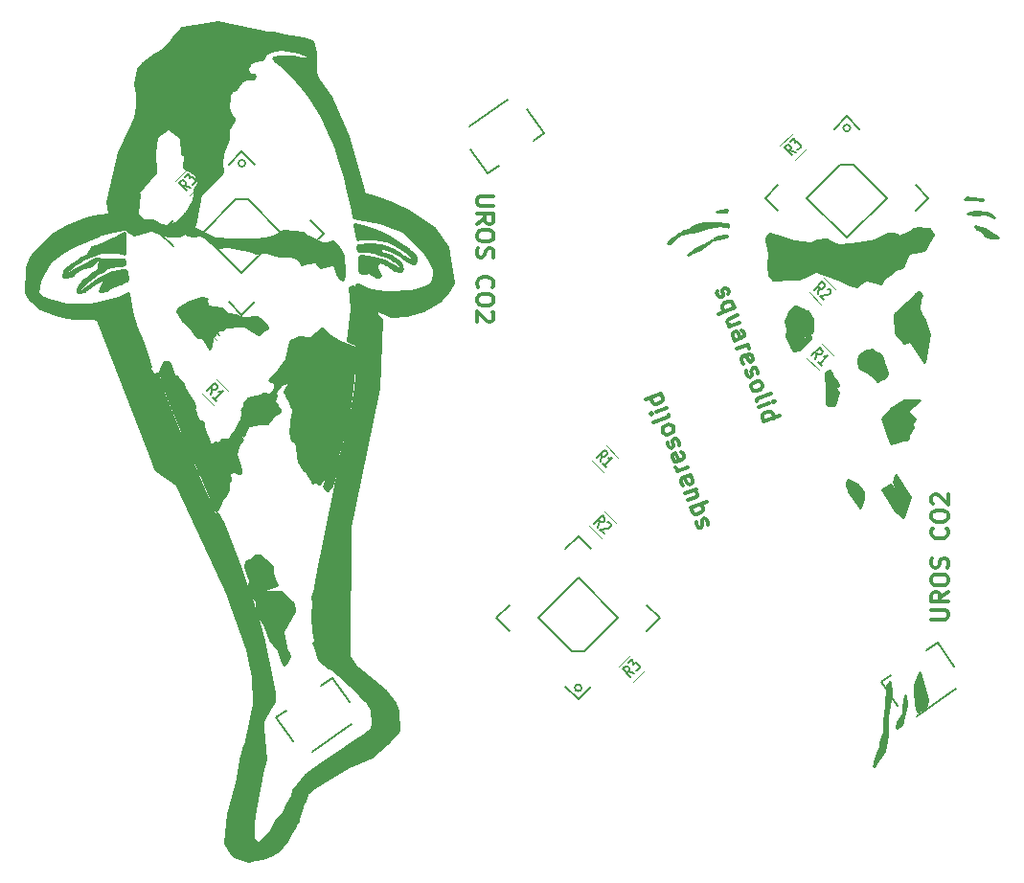
<source format=gbr>
%TF.GenerationSoftware,KiCad,Pcbnew,(5.0.2-5)-5*%
%TF.CreationDate,2022-10-07T21:03:46+07:00*%
%TF.ProjectId,gosanke,676f7361-6e6b-4652-9e6b-696361645f70,rev?*%
%TF.SameCoordinates,Original*%
%TF.FileFunction,Legend,Top*%
%TF.FilePolarity,Positive*%
%FSLAX46Y46*%
G04 Gerber Fmt 4.6, Leading zero omitted, Abs format (unit mm)*
G04 Created by KiCad (PCBNEW (5.0.2-5)-5) date 2022 October 07, Friday 21:03:46*
%MOMM*%
%LPD*%
G01*
G04 APERTURE LIST*
%ADD10C,0.300000*%
%ADD11C,0.127000*%
%ADD12C,0.120000*%
%ADD13C,0.152400*%
%ADD14C,0.150000*%
%ADD15C,0.254000*%
G04 APERTURE END LIST*
D10*
X163356028Y-56006171D02*
X162141742Y-56006171D01*
X161998885Y-56077600D01*
X161927457Y-56149028D01*
X161856028Y-56291885D01*
X161856028Y-56577600D01*
X161927457Y-56720457D01*
X161998885Y-56791885D01*
X162141742Y-56863314D01*
X163356028Y-56863314D01*
X161856028Y-58434742D02*
X162570314Y-57934742D01*
X161856028Y-57577600D02*
X163356028Y-57577600D01*
X163356028Y-58149028D01*
X163284600Y-58291885D01*
X163213171Y-58363314D01*
X163070314Y-58434742D01*
X162856028Y-58434742D01*
X162713171Y-58363314D01*
X162641742Y-58291885D01*
X162570314Y-58149028D01*
X162570314Y-57577600D01*
X163356028Y-59363314D02*
X163356028Y-59649028D01*
X163284600Y-59791885D01*
X163141742Y-59934742D01*
X162856028Y-60006171D01*
X162356028Y-60006171D01*
X162070314Y-59934742D01*
X161927457Y-59791885D01*
X161856028Y-59649028D01*
X161856028Y-59363314D01*
X161927457Y-59220457D01*
X162070314Y-59077600D01*
X162356028Y-59006171D01*
X162856028Y-59006171D01*
X163141742Y-59077600D01*
X163284600Y-59220457D01*
X163356028Y-59363314D01*
X161927457Y-60577600D02*
X161856028Y-60791885D01*
X161856028Y-61149028D01*
X161927457Y-61291885D01*
X161998885Y-61363314D01*
X162141742Y-61434742D01*
X162284600Y-61434742D01*
X162427457Y-61363314D01*
X162498885Y-61291885D01*
X162570314Y-61149028D01*
X162641742Y-60863314D01*
X162713171Y-60720457D01*
X162784600Y-60649028D01*
X162927457Y-60577600D01*
X163070314Y-60577600D01*
X163213171Y-60649028D01*
X163284600Y-60720457D01*
X163356028Y-60863314D01*
X163356028Y-61220457D01*
X163284600Y-61434742D01*
X161998885Y-64077600D02*
X161927457Y-64006171D01*
X161856028Y-63791885D01*
X161856028Y-63649028D01*
X161927457Y-63434742D01*
X162070314Y-63291885D01*
X162213171Y-63220457D01*
X162498885Y-63149028D01*
X162713171Y-63149028D01*
X162998885Y-63220457D01*
X163141742Y-63291885D01*
X163284600Y-63434742D01*
X163356028Y-63649028D01*
X163356028Y-63791885D01*
X163284600Y-64006171D01*
X163213171Y-64077600D01*
X163356028Y-65006171D02*
X163356028Y-65291885D01*
X163284600Y-65434742D01*
X163141742Y-65577600D01*
X162856028Y-65649028D01*
X162356028Y-65649028D01*
X162070314Y-65577600D01*
X161927457Y-65434742D01*
X161856028Y-65291885D01*
X161856028Y-65006171D01*
X161927457Y-64863314D01*
X162070314Y-64720457D01*
X162356028Y-64649028D01*
X162856028Y-64649028D01*
X163141742Y-64720457D01*
X163284600Y-64863314D01*
X163356028Y-65006171D01*
X163213171Y-66220457D02*
X163284600Y-66291885D01*
X163356028Y-66434742D01*
X163356028Y-66791885D01*
X163284600Y-66934742D01*
X163213171Y-67006171D01*
X163070314Y-67077600D01*
X162927457Y-67077600D01*
X162713171Y-67006171D01*
X161856028Y-66149028D01*
X161856028Y-67077600D01*
X182287123Y-85049502D02*
X182305384Y-84890831D01*
X182207664Y-84622347D01*
X182091683Y-84512535D01*
X181933011Y-84494274D01*
X181865890Y-84518704D01*
X181756078Y-84634685D01*
X181737818Y-84793357D01*
X181811108Y-84994720D01*
X181792847Y-85153392D01*
X181683035Y-85269372D01*
X181615914Y-85293802D01*
X181457242Y-85275542D01*
X181341261Y-85165730D01*
X181267971Y-84964367D01*
X181286232Y-84805695D01*
X180754941Y-83554828D02*
X182164480Y-83041798D01*
X181627513Y-83237238D02*
X181743494Y-83347050D01*
X181841214Y-83615533D01*
X181822953Y-83774205D01*
X181780262Y-83865756D01*
X181670450Y-83981737D01*
X181267725Y-84128317D01*
X181109053Y-84110056D01*
X181017502Y-84067365D01*
X180901521Y-83957554D01*
X180803801Y-83689070D01*
X180822062Y-83530398D01*
X180290771Y-82279531D02*
X181230463Y-81937511D01*
X180510641Y-82883619D02*
X181248971Y-82614889D01*
X181358783Y-82498908D01*
X181377044Y-82340236D01*
X181303754Y-82138874D01*
X181187773Y-82029062D01*
X181096222Y-81986371D01*
X180766293Y-80662214D02*
X180027963Y-80930944D01*
X179918152Y-81046925D01*
X179899891Y-81205597D01*
X179997611Y-81474080D01*
X180113592Y-81583892D01*
X180699172Y-80686644D02*
X180815153Y-80796456D01*
X180937303Y-81132060D01*
X180919042Y-81290732D01*
X180809231Y-81406713D01*
X180674989Y-81455573D01*
X180516317Y-81437312D01*
X180400336Y-81327500D01*
X180278186Y-80991896D01*
X180162205Y-80882084D01*
X180521993Y-79991005D02*
X179582301Y-80333025D01*
X179850784Y-80235305D02*
X179692112Y-80217044D01*
X179600561Y-80174353D01*
X179484581Y-80064541D01*
X179435720Y-79930300D01*
X179941842Y-78605896D02*
X180057823Y-78715708D01*
X180155543Y-78984191D01*
X180137282Y-79142863D01*
X180027470Y-79258844D01*
X179490503Y-79454284D01*
X179331831Y-79436023D01*
X179215850Y-79326211D01*
X179118130Y-79057728D01*
X179136391Y-78899056D01*
X179246203Y-78783075D01*
X179380445Y-78734215D01*
X179758987Y-79356564D01*
X179721972Y-78001808D02*
X179740233Y-77843136D01*
X179642513Y-77574652D01*
X179526532Y-77464841D01*
X179367860Y-77446580D01*
X179300739Y-77471010D01*
X179190927Y-77586991D01*
X179172667Y-77745662D01*
X179245957Y-77947025D01*
X179227696Y-78105697D01*
X179117884Y-78221678D01*
X179050763Y-78246108D01*
X178892091Y-78227847D01*
X178776110Y-78118035D01*
X178702820Y-77916672D01*
X178721081Y-77758001D01*
X179276063Y-76567839D02*
X179257802Y-76726511D01*
X179215111Y-76818062D01*
X179105299Y-76934042D01*
X178702574Y-77080623D01*
X178543902Y-77062362D01*
X178452351Y-77019671D01*
X178336370Y-76909859D01*
X178263080Y-76708496D01*
X178281341Y-76549824D01*
X178324032Y-76458274D01*
X178433844Y-76342293D01*
X178836569Y-76195713D01*
X178995241Y-76213973D01*
X179086792Y-76256664D01*
X179202773Y-76366476D01*
X179276063Y-76567839D01*
X178811892Y-75292542D02*
X178793632Y-75451213D01*
X178683820Y-75567194D01*
X177475644Y-76006935D01*
X178616452Y-74755574D02*
X177676760Y-75097595D01*
X177206913Y-75268605D02*
X177298464Y-75311296D01*
X177341155Y-75219745D01*
X177249604Y-75177054D01*
X177206913Y-75268605D01*
X177341155Y-75219745D01*
X178152282Y-73480277D02*
X176742743Y-73993308D01*
X178085161Y-73504707D02*
X178201142Y-73614519D01*
X178298862Y-73883003D01*
X178280601Y-74041675D01*
X178237910Y-74133225D01*
X178128099Y-74249206D01*
X177725373Y-74395786D01*
X177566701Y-74377526D01*
X177475151Y-74334835D01*
X177359170Y-74225023D01*
X177261450Y-73956539D01*
X177279710Y-73797867D01*
X202022971Y-93422028D02*
X203237257Y-93422028D01*
X203380114Y-93350600D01*
X203451542Y-93279171D01*
X203522971Y-93136314D01*
X203522971Y-92850600D01*
X203451542Y-92707742D01*
X203380114Y-92636314D01*
X203237257Y-92564885D01*
X202022971Y-92564885D01*
X203522971Y-90993457D02*
X202808685Y-91493457D01*
X203522971Y-91850600D02*
X202022971Y-91850600D01*
X202022971Y-91279171D01*
X202094400Y-91136314D01*
X202165828Y-91064885D01*
X202308685Y-90993457D01*
X202522971Y-90993457D01*
X202665828Y-91064885D01*
X202737257Y-91136314D01*
X202808685Y-91279171D01*
X202808685Y-91850600D01*
X202022971Y-90064885D02*
X202022971Y-89779171D01*
X202094400Y-89636314D01*
X202237257Y-89493457D01*
X202522971Y-89422028D01*
X203022971Y-89422028D01*
X203308685Y-89493457D01*
X203451542Y-89636314D01*
X203522971Y-89779171D01*
X203522971Y-90064885D01*
X203451542Y-90207742D01*
X203308685Y-90350600D01*
X203022971Y-90422028D01*
X202522971Y-90422028D01*
X202237257Y-90350600D01*
X202094400Y-90207742D01*
X202022971Y-90064885D01*
X203451542Y-88850600D02*
X203522971Y-88636314D01*
X203522971Y-88279171D01*
X203451542Y-88136314D01*
X203380114Y-88064885D01*
X203237257Y-87993457D01*
X203094400Y-87993457D01*
X202951542Y-88064885D01*
X202880114Y-88136314D01*
X202808685Y-88279171D01*
X202737257Y-88564885D01*
X202665828Y-88707742D01*
X202594400Y-88779171D01*
X202451542Y-88850600D01*
X202308685Y-88850600D01*
X202165828Y-88779171D01*
X202094400Y-88707742D01*
X202022971Y-88564885D01*
X202022971Y-88207742D01*
X202094400Y-87993457D01*
X203380114Y-85350600D02*
X203451542Y-85422028D01*
X203522971Y-85636314D01*
X203522971Y-85779171D01*
X203451542Y-85993457D01*
X203308685Y-86136314D01*
X203165828Y-86207742D01*
X202880114Y-86279171D01*
X202665828Y-86279171D01*
X202380114Y-86207742D01*
X202237257Y-86136314D01*
X202094400Y-85993457D01*
X202022971Y-85779171D01*
X202022971Y-85636314D01*
X202094400Y-85422028D01*
X202165828Y-85350600D01*
X202022971Y-84422028D02*
X202022971Y-84136314D01*
X202094400Y-83993457D01*
X202237257Y-83850600D01*
X202522971Y-83779171D01*
X203022971Y-83779171D01*
X203308685Y-83850600D01*
X203451542Y-83993457D01*
X203522971Y-84136314D01*
X203522971Y-84422028D01*
X203451542Y-84564885D01*
X203308685Y-84707742D01*
X203022971Y-84779171D01*
X202522971Y-84779171D01*
X202237257Y-84707742D01*
X202094400Y-84564885D01*
X202022971Y-84422028D01*
X202165828Y-83207742D02*
X202094400Y-83136314D01*
X202022971Y-82993457D01*
X202022971Y-82636314D01*
X202094400Y-82493457D01*
X202165828Y-82422028D01*
X202308685Y-82350600D01*
X202451542Y-82350600D01*
X202665828Y-82422028D01*
X203522971Y-83279171D01*
X203522971Y-82350600D01*
X183091876Y-64378697D02*
X183073615Y-64537368D01*
X183171335Y-64805852D01*
X183287316Y-64915664D01*
X183445988Y-64933925D01*
X183513109Y-64909495D01*
X183622921Y-64793514D01*
X183641181Y-64634842D01*
X183567891Y-64433479D01*
X183586152Y-64274807D01*
X183695964Y-64158827D01*
X183763085Y-64134397D01*
X183921757Y-64152657D01*
X184037738Y-64262469D01*
X184111028Y-64463832D01*
X184092767Y-64622504D01*
X184624058Y-65873371D02*
X183214519Y-66386401D01*
X183751486Y-66190961D02*
X183635505Y-66081149D01*
X183537785Y-65812666D01*
X183556046Y-65653994D01*
X183598737Y-65562443D01*
X183708549Y-65446462D01*
X184111274Y-65299882D01*
X184269946Y-65318143D01*
X184361497Y-65360834D01*
X184477478Y-65470645D01*
X184575198Y-65739129D01*
X184556937Y-65897801D01*
X185088228Y-67148668D02*
X184148536Y-67490688D01*
X184868358Y-66544580D02*
X184130028Y-66813310D01*
X184020216Y-66929291D01*
X184001955Y-67087963D01*
X184075245Y-67289325D01*
X184191226Y-67399137D01*
X184282777Y-67441828D01*
X184612706Y-68765985D02*
X185351036Y-68497255D01*
X185460847Y-68381274D01*
X185479108Y-68222602D01*
X185381388Y-67954119D01*
X185265407Y-67844307D01*
X184679827Y-68741555D02*
X184563846Y-68631743D01*
X184441696Y-68296139D01*
X184459957Y-68137467D01*
X184569768Y-68021486D01*
X184704010Y-67972626D01*
X184862682Y-67990887D01*
X184978663Y-68100699D01*
X185100813Y-68436303D01*
X185216794Y-68546115D01*
X184857006Y-69437194D02*
X185796698Y-69095174D01*
X185528215Y-69192894D02*
X185686887Y-69211155D01*
X185778438Y-69253846D01*
X185894418Y-69363658D01*
X185943279Y-69497899D01*
X185437157Y-70822303D02*
X185321176Y-70712491D01*
X185223456Y-70444008D01*
X185241717Y-70285336D01*
X185351529Y-70169355D01*
X185888496Y-69973915D01*
X186047168Y-69992176D01*
X186163149Y-70101988D01*
X186260869Y-70370471D01*
X186242608Y-70529143D01*
X186132796Y-70645124D01*
X185998554Y-70693984D01*
X185620012Y-70071635D01*
X185657027Y-71426391D02*
X185638766Y-71585063D01*
X185736486Y-71853547D01*
X185852467Y-71963358D01*
X186011139Y-71981619D01*
X186078260Y-71957189D01*
X186188072Y-71841208D01*
X186206332Y-71682537D01*
X186133042Y-71481174D01*
X186151303Y-71322502D01*
X186261115Y-71206521D01*
X186328236Y-71182091D01*
X186486908Y-71200352D01*
X186602889Y-71310164D01*
X186676179Y-71511527D01*
X186657918Y-71670198D01*
X186102936Y-72860360D02*
X186121197Y-72701688D01*
X186163888Y-72610137D01*
X186273700Y-72494157D01*
X186676425Y-72347576D01*
X186835097Y-72365837D01*
X186926648Y-72408528D01*
X187042629Y-72518340D01*
X187115919Y-72719703D01*
X187097658Y-72878375D01*
X187054967Y-72969925D01*
X186945155Y-73085906D01*
X186542430Y-73232486D01*
X186383758Y-73214226D01*
X186292207Y-73171535D01*
X186176226Y-73061723D01*
X186102936Y-72860360D01*
X186567107Y-74135657D02*
X186585367Y-73976986D01*
X186695179Y-73861005D01*
X187903355Y-73421264D01*
X186762547Y-74672625D02*
X187702239Y-74330604D01*
X188172086Y-74159594D02*
X188080535Y-74116903D01*
X188037844Y-74208454D01*
X188129395Y-74251145D01*
X188172086Y-74159594D01*
X188037844Y-74208454D01*
X187226717Y-75947922D02*
X188636256Y-75434891D01*
X187293838Y-75923492D02*
X187177857Y-75813680D01*
X187080137Y-75545196D01*
X187098398Y-75386524D01*
X187141089Y-75294974D01*
X187250900Y-75178993D01*
X187653626Y-75032413D01*
X187812298Y-75050673D01*
X187903848Y-75093364D01*
X188019829Y-75203176D01*
X188117549Y-75471660D01*
X188099289Y-75630332D01*
D11*
%TO.C,U1*%
X198094083Y-56147688D02*
X194558549Y-59683222D01*
X191023015Y-56147688D02*
X193992864Y-53177840D01*
X194558549Y-59683222D02*
X191023015Y-56147688D01*
X193992864Y-53177840D02*
X195124234Y-53177840D01*
X198094083Y-56147688D02*
X195124234Y-53177840D01*
X194858549Y-49960504D02*
G75*
G03X194858549Y-49960504I-300000J0D01*
G01*
X187346060Y-56147688D02*
X188477431Y-57279059D01*
X187346060Y-56147688D02*
X188477431Y-55016317D01*
X194558549Y-63360177D02*
X195689920Y-62228806D01*
X194558549Y-63360177D02*
X193427178Y-62228806D01*
X201771038Y-56147688D02*
X200639667Y-55016317D01*
X201771038Y-56147688D02*
X200639667Y-57279059D01*
X194558549Y-48935199D02*
X193427178Y-50066570D01*
X194558549Y-48935199D02*
X195689920Y-50066570D01*
D12*
%TO.C,R1*%
X193359379Y-70076245D02*
X192331155Y-69048021D01*
X192072445Y-71363179D02*
X191044221Y-70334955D01*
%TO.C,R2*%
X192275645Y-65546579D02*
X191247421Y-64518355D01*
X193562579Y-64259645D02*
X192534355Y-63231421D01*
%TO.C,R3*%
X189690650Y-50515798D02*
X188662426Y-51544022D01*
X190977584Y-51802732D02*
X189949360Y-52830956D01*
D13*
%TO.C,CONN1*%
X200773801Y-101970722D02*
X204214240Y-99561701D01*
X202567013Y-95465770D02*
X204058312Y-97595566D01*
X201584031Y-96154062D02*
X202567013Y-95465770D01*
X197570186Y-98964587D02*
X198471253Y-98333653D01*
X199061484Y-101094382D02*
X197570186Y-98964587D01*
D11*
%TO.C,U1*%
X167284917Y-93280512D02*
X170820451Y-89744978D01*
X174355985Y-93280512D02*
X171386136Y-96250360D01*
X170820451Y-89744978D02*
X174355985Y-93280512D01*
X171386136Y-96250360D02*
X170254766Y-96250360D01*
X167284917Y-93280512D02*
X170254766Y-96250360D01*
X171120451Y-99467696D02*
G75*
G03X171120451Y-99467696I-300000J0D01*
G01*
X178032940Y-93280512D02*
X176901569Y-92149141D01*
X178032940Y-93280512D02*
X176901569Y-94411883D01*
X170820451Y-86068023D02*
X169689080Y-87199394D01*
X170820451Y-86068023D02*
X171951822Y-87199394D01*
X163607962Y-93280512D02*
X164739333Y-94411883D01*
X163607962Y-93280512D02*
X164739333Y-92149141D01*
X170820451Y-100493001D02*
X171951822Y-99361630D01*
X170820451Y-100493001D02*
X169689080Y-99361630D01*
D13*
%TO.C,CONN1*%
X164605199Y-47457478D02*
X161164760Y-49866499D01*
X162811987Y-53962430D02*
X161320688Y-51832634D01*
X163794969Y-53274138D02*
X162811987Y-53962430D01*
X167808814Y-50463613D02*
X166907747Y-51094547D01*
X166317516Y-48333818D02*
X167808814Y-50463613D01*
D12*
%TO.C,R3*%
X175688350Y-98912402D02*
X176716574Y-97884178D01*
X174401416Y-97625468D02*
X175429640Y-96597244D01*
%TO.C,R2*%
X173103355Y-83881621D02*
X174131579Y-84909845D01*
X171816421Y-85168555D02*
X172844645Y-86196779D01*
%TO.C,R1*%
X172019621Y-79351955D02*
X173047845Y-80380179D01*
X173306555Y-78065021D02*
X174334779Y-79093245D01*
X138605445Y-74487379D02*
X137577221Y-73459155D01*
X139892379Y-73200445D02*
X138864155Y-72172221D01*
%TO.C,R2*%
X140095579Y-67383845D02*
X139067355Y-66355621D01*
X138808645Y-68670779D02*
X137780421Y-67642555D01*
%TO.C,R3*%
X137510584Y-54926932D02*
X136482360Y-55955156D01*
X136223650Y-53639998D02*
X135195426Y-54668222D01*
D13*
%TO.C,CONN1*%
X145594484Y-104218582D02*
X144103186Y-102088787D01*
X144103186Y-102088787D02*
X145004253Y-101457853D01*
X148117031Y-99278262D02*
X149100013Y-98589970D01*
X149100013Y-98589970D02*
X150591312Y-100719766D01*
X147306801Y-105094922D02*
X150747240Y-102685901D01*
D11*
%TO.C,U1*%
X141091549Y-52059399D02*
X142222920Y-53190770D01*
X141091549Y-52059399D02*
X139960178Y-53190770D01*
X148304038Y-59271888D02*
X147172667Y-60403259D01*
X148304038Y-59271888D02*
X147172667Y-58140517D01*
X141091549Y-66484377D02*
X139960178Y-65353006D01*
X141091549Y-66484377D02*
X142222920Y-65353006D01*
X133879060Y-59271888D02*
X135010431Y-58140517D01*
X133879060Y-59271888D02*
X135010431Y-60403259D01*
X141391549Y-53084704D02*
G75*
G03X141391549Y-53084704I-300000J0D01*
G01*
X144627083Y-59271888D02*
X141657234Y-56302040D01*
X140525864Y-56302040D02*
X141657234Y-56302040D01*
X141091549Y-62807422D02*
X137556015Y-59271888D01*
X137556015Y-59271888D02*
X140525864Y-56302040D01*
X144627083Y-59271888D02*
X141091549Y-62807422D01*
%TD*%
%TO.C,R1*%
D14*
X191787637Y-70431200D02*
X191935793Y-69905921D01*
X191464388Y-70107951D02*
X192171495Y-69400845D01*
X192386994Y-69616344D01*
X192407197Y-69703890D01*
X192400463Y-69764500D01*
X192360057Y-69858780D01*
X192259041Y-69959796D01*
X192164761Y-70000202D01*
X192104151Y-70006936D01*
X192016605Y-69986733D01*
X191801106Y-69771234D01*
X192326385Y-70969948D02*
X192003136Y-70646699D01*
X192164761Y-70808324D02*
X192871867Y-70101217D01*
X192716977Y-70148358D01*
X192595759Y-70161826D01*
X192508212Y-70141623D01*
%TO.C,R2*%
X191990837Y-64614600D02*
X192138993Y-64089321D01*
X191667588Y-64291351D02*
X192374695Y-63584245D01*
X192590194Y-63799744D01*
X192610397Y-63887290D01*
X192603663Y-63947900D01*
X192563257Y-64042180D01*
X192462241Y-64143196D01*
X192367961Y-64183602D01*
X192307351Y-64190336D01*
X192219805Y-64170133D01*
X192004306Y-63954634D01*
X192846099Y-64190336D02*
X192906709Y-64183602D01*
X192994255Y-64203805D01*
X193128942Y-64338492D01*
X193149145Y-64426038D01*
X193142411Y-64486648D01*
X193102005Y-64580928D01*
X193034661Y-64648272D01*
X192906709Y-64722350D01*
X192179399Y-64803162D01*
X192529585Y-65153348D01*
%TO.C,R3*%
X190045605Y-52087539D02*
X189520326Y-51939383D01*
X189722356Y-52410788D02*
X189015250Y-51703681D01*
X189230749Y-51488182D01*
X189318295Y-51467979D01*
X189378905Y-51474713D01*
X189473185Y-51515119D01*
X189574201Y-51616135D01*
X189614607Y-51710415D01*
X189621341Y-51771025D01*
X189601138Y-51858571D01*
X189385639Y-52074070D01*
X189527060Y-51191870D02*
X189877246Y-50841684D01*
X189958059Y-51299620D01*
X190038871Y-51218808D01*
X190126417Y-51198605D01*
X190187027Y-51205339D01*
X190281307Y-51245745D01*
X190449666Y-51414104D01*
X190490072Y-51508385D01*
X190496807Y-51568994D01*
X190476604Y-51656541D01*
X190314979Y-51818165D01*
X190227433Y-51838368D01*
X190166824Y-51831634D01*
X175784595Y-98168985D02*
X175259316Y-98020829D01*
X175461346Y-98492234D02*
X174754240Y-97785127D01*
X174969739Y-97569628D01*
X175057285Y-97549425D01*
X175117895Y-97556159D01*
X175212175Y-97596565D01*
X175313191Y-97697581D01*
X175353597Y-97791861D01*
X175360331Y-97852471D01*
X175340128Y-97940017D01*
X175124629Y-98155516D01*
X175266050Y-97273316D02*
X175616236Y-96923130D01*
X175697049Y-97381066D01*
X175777861Y-97300254D01*
X175865407Y-97280051D01*
X175926017Y-97286785D01*
X176020297Y-97327191D01*
X176188656Y-97495550D01*
X176229062Y-97589831D01*
X176235797Y-97650440D01*
X176215594Y-97737987D01*
X176053969Y-97899611D01*
X175966423Y-97919814D01*
X175905814Y-97913080D01*
%TO.C,R2*%
X172559837Y-85264800D02*
X172707993Y-84739521D01*
X172236588Y-84941551D02*
X172943695Y-84234445D01*
X173159194Y-84449944D01*
X173179397Y-84537490D01*
X173172663Y-84598100D01*
X173132257Y-84692380D01*
X173031241Y-84793396D01*
X172936961Y-84833802D01*
X172876351Y-84840536D01*
X172788805Y-84820333D01*
X172573306Y-84604834D01*
X173415099Y-84840536D02*
X173475709Y-84833802D01*
X173563255Y-84854005D01*
X173697942Y-84988692D01*
X173718145Y-85076238D01*
X173711411Y-85136848D01*
X173671005Y-85231128D01*
X173603661Y-85298472D01*
X173475709Y-85372550D01*
X172748399Y-85453362D01*
X173098585Y-85803548D01*
%TO.C,R1*%
X172763037Y-79448200D02*
X172911193Y-78922921D01*
X172439788Y-79124951D02*
X173146895Y-78417845D01*
X173362394Y-78633344D01*
X173382597Y-78720890D01*
X173375863Y-78781500D01*
X173335457Y-78875780D01*
X173234441Y-78976796D01*
X173140161Y-79017202D01*
X173079551Y-79023936D01*
X172992005Y-79003733D01*
X172776506Y-78788234D01*
X173301785Y-79986948D02*
X172978536Y-79663699D01*
X173140161Y-79825324D02*
X173847267Y-79118217D01*
X173692377Y-79165358D01*
X173571159Y-79178826D01*
X173483612Y-79158623D01*
X138320637Y-73555400D02*
X138468793Y-73030121D01*
X137997388Y-73232151D02*
X138704495Y-72525045D01*
X138919994Y-72740544D01*
X138940197Y-72828090D01*
X138933463Y-72888700D01*
X138893057Y-72982980D01*
X138792041Y-73083996D01*
X138697761Y-73124402D01*
X138637151Y-73131136D01*
X138549605Y-73110933D01*
X138334106Y-72895434D01*
X138859385Y-74094148D02*
X138536136Y-73770899D01*
X138697761Y-73932524D02*
X139404867Y-73225417D01*
X139249977Y-73272558D01*
X139128759Y-73286026D01*
X139041212Y-73265823D01*
%TO.C,R2*%
X138523837Y-67738800D02*
X138671993Y-67213521D01*
X138200588Y-67415551D02*
X138907695Y-66708445D01*
X139123194Y-66923944D01*
X139143397Y-67011490D01*
X139136663Y-67072100D01*
X139096257Y-67166380D01*
X138995241Y-67267396D01*
X138900961Y-67307802D01*
X138840351Y-67314536D01*
X138752805Y-67294333D01*
X138537306Y-67078834D01*
X139379099Y-67314536D02*
X139439709Y-67307802D01*
X139527255Y-67328005D01*
X139661942Y-67462692D01*
X139682145Y-67550238D01*
X139675411Y-67610848D01*
X139635005Y-67705128D01*
X139567661Y-67772472D01*
X139439709Y-67846550D01*
X138712399Y-67927362D01*
X139062585Y-68277548D01*
%TO.C,R3*%
X136578605Y-55211739D02*
X136053326Y-55063583D01*
X136255356Y-55534988D02*
X135548250Y-54827881D01*
X135763749Y-54612382D01*
X135851295Y-54592179D01*
X135911905Y-54598913D01*
X136006185Y-54639319D01*
X136107201Y-54740335D01*
X136147607Y-54834615D01*
X136154341Y-54895225D01*
X136134138Y-54982771D01*
X135918639Y-55198270D01*
X136060060Y-54316070D02*
X136410246Y-53965884D01*
X136491059Y-54423820D01*
X136571871Y-54343008D01*
X136659417Y-54322805D01*
X136720027Y-54329539D01*
X136814307Y-54369945D01*
X136982666Y-54538304D01*
X137023072Y-54632585D01*
X137029807Y-54693194D01*
X137009604Y-54780741D01*
X136847979Y-54942365D01*
X136760433Y-54962568D01*
X136699824Y-54955834D01*
%TD*%
D15*
G36*
X139494896Y-42211966D02*
X140524754Y-42488269D01*
X141732933Y-42941336D01*
X142362843Y-43243693D01*
X142363198Y-43243863D01*
X142893445Y-43496362D01*
X143068357Y-43591768D01*
X142973477Y-43813152D01*
X142861043Y-43906847D01*
X142763273Y-43943511D01*
X142736203Y-43902997D01*
X142695001Y-43875467D01*
X142646400Y-43865800D01*
X142597799Y-43875467D01*
X142556597Y-43902997D01*
X142529067Y-43944199D01*
X142528193Y-43948593D01*
X142452966Y-43967400D01*
X142367000Y-43967400D01*
X142342093Y-43969866D01*
X142215093Y-43995266D01*
X142169553Y-44014130D01*
X142107506Y-44055495D01*
X141971239Y-44100917D01*
X141954604Y-44107808D01*
X141903804Y-44133208D01*
X141864657Y-44163589D01*
X141847008Y-44190004D01*
X141811291Y-44261438D01*
X141763153Y-44293530D01*
X141728077Y-44328532D01*
X141713117Y-44359039D01*
X141690570Y-44426680D01*
X141618408Y-44571004D01*
X141608792Y-44596998D01*
X141583392Y-44698598D01*
X141583392Y-44760202D01*
X141659592Y-45065002D01*
X141680758Y-45109807D01*
X141738207Y-45153114D01*
X141941407Y-45229314D01*
X141949507Y-45232044D01*
X142172837Y-45299043D01*
X142230598Y-45356804D01*
X142247096Y-45406298D01*
X142088568Y-45564826D01*
X142072431Y-45572895D01*
X141822152Y-45618400D01*
X141554200Y-45618400D01*
X141502084Y-45629586D01*
X140994084Y-45858186D01*
X140941180Y-45902587D01*
X140527994Y-46510213D01*
X140151204Y-46698608D01*
X140112057Y-46728989D01*
X140087517Y-46772039D01*
X140040694Y-46912509D01*
X139945333Y-47079390D01*
X139928767Y-47135896D01*
X139877967Y-48126496D01*
X139883695Y-48171244D01*
X140036095Y-48653844D01*
X140039969Y-48664446D01*
X140166969Y-48969246D01*
X140194586Y-49010390D01*
X140221190Y-49030667D01*
X140347631Y-49102919D01*
X140379172Y-49276393D01*
X139921920Y-50022435D01*
X139903255Y-50085066D01*
X139878492Y-50927021D01*
X139378265Y-52227610D01*
X139370577Y-52259175D01*
X139294377Y-52944975D01*
X139293974Y-52968740D01*
X139365694Y-53901100D01*
X137476597Y-55790197D01*
X137442288Y-55853070D01*
X136865397Y-58511783D01*
X136319800Y-59104824D01*
X135530472Y-59511447D01*
X134541183Y-59487318D01*
X133086601Y-58985738D01*
X133013681Y-58982773D01*
X131527035Y-59363649D01*
X130924184Y-59016877D01*
X131038019Y-57644862D01*
X131045952Y-57573463D01*
X131826274Y-57573463D01*
X131832730Y-57622593D01*
X131873664Y-57680970D01*
X132381664Y-58087370D01*
X132425654Y-58110182D01*
X132465231Y-58115130D01*
X133186481Y-58091088D01*
X133685953Y-58424070D01*
X133711807Y-58437314D01*
X134321407Y-58665914D01*
X134370308Y-58673927D01*
X134411590Y-58665535D01*
X135402190Y-58284535D01*
X135452791Y-58248923D01*
X136087791Y-57512323D01*
X136096792Y-57500559D01*
X136680992Y-56636959D01*
X136697184Y-56603149D01*
X136900384Y-55942749D01*
X136906000Y-55905400D01*
X136906000Y-55406335D01*
X137244300Y-54826392D01*
X137260438Y-54779540D01*
X137250845Y-54711252D01*
X136971445Y-54076252D01*
X136943023Y-54035661D01*
X136920541Y-54018498D01*
X135971435Y-53449034D01*
X136042077Y-52460048D01*
X136035897Y-52410882D01*
X136011373Y-52367824D01*
X135972237Y-52337428D01*
X135948816Y-52328475D01*
X135758165Y-52276479D01*
X135686636Y-50869751D01*
X135674513Y-50821704D01*
X135635581Y-50774287D01*
X134644981Y-50037687D01*
X134600212Y-50016445D01*
X134550722Y-50013951D01*
X134494843Y-50036644D01*
X133580443Y-50697044D01*
X133546703Y-50733336D01*
X133528893Y-50783371D01*
X133351093Y-52129571D01*
X133350196Y-52153245D01*
X133448786Y-53927866D01*
X132749256Y-54675639D01*
X132744088Y-54681516D01*
X131906518Y-55695417D01*
X131948185Y-55720418D01*
X131826274Y-57573463D01*
X131045952Y-57573463D01*
X131145638Y-56676290D01*
X131261104Y-56676290D01*
X131368800Y-56743600D01*
X131494205Y-56723535D01*
X131440675Y-56388976D01*
X131261104Y-56676290D01*
X131145638Y-56676290D01*
X131278396Y-55481469D01*
X131292292Y-55482439D01*
X131293305Y-55467913D01*
X131291005Y-55453535D01*
X131281328Y-55455083D01*
X131295367Y-55328727D01*
X131302709Y-55333132D01*
X131315924Y-55143720D01*
X131317223Y-55132025D01*
X131316743Y-55131972D01*
X131367948Y-54398041D01*
X131568460Y-53370415D01*
X132226448Y-51168685D01*
X132961157Y-48989894D01*
X134177299Y-45974877D01*
X134708718Y-44886732D01*
X134721359Y-44838819D01*
X134714702Y-44789715D01*
X134689761Y-44746896D01*
X134650332Y-44716882D01*
X134602419Y-44704241D01*
X134558107Y-44709356D01*
X134050107Y-44861756D01*
X134040162Y-44865195D01*
X133328962Y-45144595D01*
X133300913Y-45159937D01*
X132779162Y-45537757D01*
X133094607Y-45239837D01*
X134585205Y-44444851D01*
X135021879Y-44372072D01*
X135068229Y-44354546D01*
X135092546Y-44334825D01*
X136351119Y-43025909D01*
X137485675Y-42335310D01*
X138786618Y-42089849D01*
X139494896Y-42211966D01*
X139494896Y-42211966D01*
G37*
X139494896Y-42211966D02*
X140524754Y-42488269D01*
X141732933Y-42941336D01*
X142362843Y-43243693D01*
X142363198Y-43243863D01*
X142893445Y-43496362D01*
X143068357Y-43591768D01*
X142973477Y-43813152D01*
X142861043Y-43906847D01*
X142763273Y-43943511D01*
X142736203Y-43902997D01*
X142695001Y-43875467D01*
X142646400Y-43865800D01*
X142597799Y-43875467D01*
X142556597Y-43902997D01*
X142529067Y-43944199D01*
X142528193Y-43948593D01*
X142452966Y-43967400D01*
X142367000Y-43967400D01*
X142342093Y-43969866D01*
X142215093Y-43995266D01*
X142169553Y-44014130D01*
X142107506Y-44055495D01*
X141971239Y-44100917D01*
X141954604Y-44107808D01*
X141903804Y-44133208D01*
X141864657Y-44163589D01*
X141847008Y-44190004D01*
X141811291Y-44261438D01*
X141763153Y-44293530D01*
X141728077Y-44328532D01*
X141713117Y-44359039D01*
X141690570Y-44426680D01*
X141618408Y-44571004D01*
X141608792Y-44596998D01*
X141583392Y-44698598D01*
X141583392Y-44760202D01*
X141659592Y-45065002D01*
X141680758Y-45109807D01*
X141738207Y-45153114D01*
X141941407Y-45229314D01*
X141949507Y-45232044D01*
X142172837Y-45299043D01*
X142230598Y-45356804D01*
X142247096Y-45406298D01*
X142088568Y-45564826D01*
X142072431Y-45572895D01*
X141822152Y-45618400D01*
X141554200Y-45618400D01*
X141502084Y-45629586D01*
X140994084Y-45858186D01*
X140941180Y-45902587D01*
X140527994Y-46510213D01*
X140151204Y-46698608D01*
X140112057Y-46728989D01*
X140087517Y-46772039D01*
X140040694Y-46912509D01*
X139945333Y-47079390D01*
X139928767Y-47135896D01*
X139877967Y-48126496D01*
X139883695Y-48171244D01*
X140036095Y-48653844D01*
X140039969Y-48664446D01*
X140166969Y-48969246D01*
X140194586Y-49010390D01*
X140221190Y-49030667D01*
X140347631Y-49102919D01*
X140379172Y-49276393D01*
X139921920Y-50022435D01*
X139903255Y-50085066D01*
X139878492Y-50927021D01*
X139378265Y-52227610D01*
X139370577Y-52259175D01*
X139294377Y-52944975D01*
X139293974Y-52968740D01*
X139365694Y-53901100D01*
X137476597Y-55790197D01*
X137442288Y-55853070D01*
X136865397Y-58511783D01*
X136319800Y-59104824D01*
X135530472Y-59511447D01*
X134541183Y-59487318D01*
X133086601Y-58985738D01*
X133013681Y-58982773D01*
X131527035Y-59363649D01*
X130924184Y-59016877D01*
X131038019Y-57644862D01*
X131045952Y-57573463D01*
X131826274Y-57573463D01*
X131832730Y-57622593D01*
X131873664Y-57680970D01*
X132381664Y-58087370D01*
X132425654Y-58110182D01*
X132465231Y-58115130D01*
X133186481Y-58091088D01*
X133685953Y-58424070D01*
X133711807Y-58437314D01*
X134321407Y-58665914D01*
X134370308Y-58673927D01*
X134411590Y-58665535D01*
X135402190Y-58284535D01*
X135452791Y-58248923D01*
X136087791Y-57512323D01*
X136096792Y-57500559D01*
X136680992Y-56636959D01*
X136697184Y-56603149D01*
X136900384Y-55942749D01*
X136906000Y-55905400D01*
X136906000Y-55406335D01*
X137244300Y-54826392D01*
X137260438Y-54779540D01*
X137250845Y-54711252D01*
X136971445Y-54076252D01*
X136943023Y-54035661D01*
X136920541Y-54018498D01*
X135971435Y-53449034D01*
X136042077Y-52460048D01*
X136035897Y-52410882D01*
X136011373Y-52367824D01*
X135972237Y-52337428D01*
X135948816Y-52328475D01*
X135758165Y-52276479D01*
X135686636Y-50869751D01*
X135674513Y-50821704D01*
X135635581Y-50774287D01*
X134644981Y-50037687D01*
X134600212Y-50016445D01*
X134550722Y-50013951D01*
X134494843Y-50036644D01*
X133580443Y-50697044D01*
X133546703Y-50733336D01*
X133528893Y-50783371D01*
X133351093Y-52129571D01*
X133350196Y-52153245D01*
X133448786Y-53927866D01*
X132749256Y-54675639D01*
X132744088Y-54681516D01*
X131906518Y-55695417D01*
X131948185Y-55720418D01*
X131826274Y-57573463D01*
X131045952Y-57573463D01*
X131145638Y-56676290D01*
X131261104Y-56676290D01*
X131368800Y-56743600D01*
X131494205Y-56723535D01*
X131440675Y-56388976D01*
X131261104Y-56676290D01*
X131145638Y-56676290D01*
X131278396Y-55481469D01*
X131292292Y-55482439D01*
X131293305Y-55467913D01*
X131291005Y-55453535D01*
X131281328Y-55455083D01*
X131295367Y-55328727D01*
X131302709Y-55333132D01*
X131315924Y-55143720D01*
X131317223Y-55132025D01*
X131316743Y-55131972D01*
X131367948Y-54398041D01*
X131568460Y-53370415D01*
X132226448Y-51168685D01*
X132961157Y-48989894D01*
X134177299Y-45974877D01*
X134708718Y-44886732D01*
X134721359Y-44838819D01*
X134714702Y-44789715D01*
X134689761Y-44746896D01*
X134650332Y-44716882D01*
X134602419Y-44704241D01*
X134558107Y-44709356D01*
X134050107Y-44861756D01*
X134040162Y-44865195D01*
X133328962Y-45144595D01*
X133300913Y-45159937D01*
X132779162Y-45537757D01*
X133094607Y-45239837D01*
X134585205Y-44444851D01*
X135021879Y-44372072D01*
X135068229Y-44354546D01*
X135092546Y-44334825D01*
X136351119Y-43025909D01*
X137485675Y-42335310D01*
X138786618Y-42089849D01*
X139494896Y-42211966D01*
G36*
X151828203Y-58668143D02*
X152533744Y-58920122D01*
X153392708Y-59248549D01*
X154117055Y-59573257D01*
X154616186Y-59897692D01*
X155748086Y-60652292D01*
X155993197Y-60897403D01*
X155998041Y-60901998D01*
X156464000Y-61321361D01*
X156464000Y-61487063D01*
X156440150Y-61725568D01*
X156400124Y-61885670D01*
X156360594Y-61925200D01*
X156346029Y-61925200D01*
X156202549Y-61904703D01*
X156097541Y-61841698D01*
X156063002Y-61827392D01*
X155866823Y-61778347D01*
X155692514Y-61712981D01*
X155481574Y-61525479D01*
X155467647Y-61514730D01*
X155010447Y-61209930D01*
X155003632Y-61205691D01*
X154521032Y-60926291D01*
X154506246Y-60918969D01*
X153896646Y-60664969D01*
X153880523Y-60659488D01*
X153499523Y-60557888D01*
X153466800Y-60553600D01*
X153390600Y-60553600D01*
X153341999Y-60563267D01*
X153300797Y-60590797D01*
X153273267Y-60631999D01*
X153265328Y-60701479D01*
X153290728Y-60853879D01*
X153310330Y-60903447D01*
X153361130Y-60979647D01*
X153396132Y-61014723D01*
X153431910Y-61031314D01*
X154294631Y-61277806D01*
X154603965Y-61539550D01*
X154613170Y-61546642D01*
X155091524Y-61881490D01*
X155226195Y-62195721D01*
X155286234Y-62415864D01*
X155229810Y-62514605D01*
X155087820Y-62585600D01*
X154898229Y-62585600D01*
X154749760Y-62564390D01*
X154615796Y-62497408D01*
X154609028Y-62494269D01*
X154453710Y-62427704D01*
X154318603Y-62292597D01*
X154299247Y-62276730D01*
X154070647Y-62124330D01*
X154056996Y-62116408D01*
X153853796Y-62014808D01*
X153849553Y-62012783D01*
X153576738Y-61888776D01*
X153455941Y-61816298D01*
X153430761Y-61804717D01*
X153354561Y-61779317D01*
X153305397Y-61773120D01*
X153257604Y-61786208D01*
X153224597Y-61809997D01*
X153122997Y-61911597D01*
X153099208Y-61944604D01*
X153023008Y-62097004D01*
X153009600Y-62153800D01*
X153009600Y-62306200D01*
X153016117Y-62346361D01*
X153066917Y-62498761D01*
X153071346Y-62510180D01*
X153172946Y-62738780D01*
X153183330Y-62757647D01*
X153304566Y-62939501D01*
X153259782Y-63118637D01*
X153185208Y-63139944D01*
X153015002Y-63097392D01*
X153005079Y-63095328D01*
X152883225Y-63075019D01*
X152706376Y-62942382D01*
X152580936Y-62842030D01*
X152577800Y-62839600D01*
X152476200Y-62763400D01*
X152431519Y-62741973D01*
X152400000Y-62738000D01*
X152273000Y-62738000D01*
X152255039Y-62739276D01*
X152079182Y-62764399D01*
X151866600Y-62788019D01*
X151679574Y-62767238D01*
X151589749Y-62713342D01*
X151500993Y-62624587D01*
X151484352Y-62541383D01*
X151459948Y-62297339D01*
X151434800Y-61668649D01*
X151434800Y-61309690D01*
X151663400Y-61290640D01*
X152260298Y-61340381D01*
X152678336Y-61389562D01*
X153398316Y-61613004D01*
X153817994Y-61785813D01*
X154268723Y-62036218D01*
X154270189Y-62037020D01*
X154600116Y-62214673D01*
X154879186Y-62366893D01*
X154926481Y-62381678D01*
X154996796Y-62368992D01*
X155047596Y-62343592D01*
X155086743Y-62313211D01*
X155111283Y-62270161D01*
X155117480Y-62220997D01*
X155099702Y-62164659D01*
X155023502Y-62037659D01*
X154991746Y-62002117D01*
X154559946Y-61671917D01*
X154544477Y-61661782D01*
X154315877Y-61534782D01*
X154308567Y-61531025D01*
X153825967Y-61302425D01*
X153813868Y-61297440D01*
X153382068Y-61145040D01*
X153374043Y-61142504D01*
X152739043Y-60964704D01*
X152727518Y-60962049D01*
X152168718Y-60860449D01*
X152152342Y-60858558D01*
X151646902Y-60833286D01*
X151399032Y-60810752D01*
X151343737Y-60777576D01*
X151308965Y-60621100D01*
X151326834Y-60406673D01*
X151396960Y-60371610D01*
X152429801Y-60224061D01*
X153439957Y-60297975D01*
X153697806Y-60391738D01*
X154351586Y-60693483D01*
X154900235Y-60967807D01*
X155400570Y-61318042D01*
X155405583Y-61321377D01*
X155888183Y-61626177D01*
X155925198Y-61642008D01*
X156022062Y-61666224D01*
X156093639Y-61690083D01*
X156142803Y-61696280D01*
X156190596Y-61683192D01*
X156229743Y-61652811D01*
X156254283Y-61609761D01*
X156260800Y-61569600D01*
X156260800Y-61518800D01*
X156251133Y-61470199D01*
X156230226Y-61436149D01*
X156077826Y-61258349D01*
X156066359Y-61246602D01*
X155812359Y-61018002D01*
X155795583Y-61005255D01*
X155239139Y-60651154D01*
X154987430Y-60474958D01*
X154978826Y-60469437D01*
X154242226Y-60037637D01*
X154213835Y-60025361D01*
X153782035Y-59898361D01*
X153773750Y-59896224D01*
X153316550Y-59794624D01*
X153304752Y-59792581D01*
X152695152Y-59716381D01*
X152671478Y-59715647D01*
X152269030Y-59740800D01*
X151815800Y-59740800D01*
X151807878Y-59741047D01*
X151401478Y-59766447D01*
X151369239Y-59772717D01*
X151289065Y-59799442D01*
X151077340Y-58576141D01*
X151075408Y-58566998D01*
X151053800Y-58480566D01*
X151053800Y-58453031D01*
X151828203Y-58668143D01*
X151828203Y-58668143D01*
G37*
X151828203Y-58668143D02*
X152533744Y-58920122D01*
X153392708Y-59248549D01*
X154117055Y-59573257D01*
X154616186Y-59897692D01*
X155748086Y-60652292D01*
X155993197Y-60897403D01*
X155998041Y-60901998D01*
X156464000Y-61321361D01*
X156464000Y-61487063D01*
X156440150Y-61725568D01*
X156400124Y-61885670D01*
X156360594Y-61925200D01*
X156346029Y-61925200D01*
X156202549Y-61904703D01*
X156097541Y-61841698D01*
X156063002Y-61827392D01*
X155866823Y-61778347D01*
X155692514Y-61712981D01*
X155481574Y-61525479D01*
X155467647Y-61514730D01*
X155010447Y-61209930D01*
X155003632Y-61205691D01*
X154521032Y-60926291D01*
X154506246Y-60918969D01*
X153896646Y-60664969D01*
X153880523Y-60659488D01*
X153499523Y-60557888D01*
X153466800Y-60553600D01*
X153390600Y-60553600D01*
X153341999Y-60563267D01*
X153300797Y-60590797D01*
X153273267Y-60631999D01*
X153265328Y-60701479D01*
X153290728Y-60853879D01*
X153310330Y-60903447D01*
X153361130Y-60979647D01*
X153396132Y-61014723D01*
X153431910Y-61031314D01*
X154294631Y-61277806D01*
X154603965Y-61539550D01*
X154613170Y-61546642D01*
X155091524Y-61881490D01*
X155226195Y-62195721D01*
X155286234Y-62415864D01*
X155229810Y-62514605D01*
X155087820Y-62585600D01*
X154898229Y-62585600D01*
X154749760Y-62564390D01*
X154615796Y-62497408D01*
X154609028Y-62494269D01*
X154453710Y-62427704D01*
X154318603Y-62292597D01*
X154299247Y-62276730D01*
X154070647Y-62124330D01*
X154056996Y-62116408D01*
X153853796Y-62014808D01*
X153849553Y-62012783D01*
X153576738Y-61888776D01*
X153455941Y-61816298D01*
X153430761Y-61804717D01*
X153354561Y-61779317D01*
X153305397Y-61773120D01*
X153257604Y-61786208D01*
X153224597Y-61809997D01*
X153122997Y-61911597D01*
X153099208Y-61944604D01*
X153023008Y-62097004D01*
X153009600Y-62153800D01*
X153009600Y-62306200D01*
X153016117Y-62346361D01*
X153066917Y-62498761D01*
X153071346Y-62510180D01*
X153172946Y-62738780D01*
X153183330Y-62757647D01*
X153304566Y-62939501D01*
X153259782Y-63118637D01*
X153185208Y-63139944D01*
X153015002Y-63097392D01*
X153005079Y-63095328D01*
X152883225Y-63075019D01*
X152706376Y-62942382D01*
X152580936Y-62842030D01*
X152577800Y-62839600D01*
X152476200Y-62763400D01*
X152431519Y-62741973D01*
X152400000Y-62738000D01*
X152273000Y-62738000D01*
X152255039Y-62739276D01*
X152079182Y-62764399D01*
X151866600Y-62788019D01*
X151679574Y-62767238D01*
X151589749Y-62713342D01*
X151500993Y-62624587D01*
X151484352Y-62541383D01*
X151459948Y-62297339D01*
X151434800Y-61668649D01*
X151434800Y-61309690D01*
X151663400Y-61290640D01*
X152260298Y-61340381D01*
X152678336Y-61389562D01*
X153398316Y-61613004D01*
X153817994Y-61785813D01*
X154268723Y-62036218D01*
X154270189Y-62037020D01*
X154600116Y-62214673D01*
X154879186Y-62366893D01*
X154926481Y-62381678D01*
X154996796Y-62368992D01*
X155047596Y-62343592D01*
X155086743Y-62313211D01*
X155111283Y-62270161D01*
X155117480Y-62220997D01*
X155099702Y-62164659D01*
X155023502Y-62037659D01*
X154991746Y-62002117D01*
X154559946Y-61671917D01*
X154544477Y-61661782D01*
X154315877Y-61534782D01*
X154308567Y-61531025D01*
X153825967Y-61302425D01*
X153813868Y-61297440D01*
X153382068Y-61145040D01*
X153374043Y-61142504D01*
X152739043Y-60964704D01*
X152727518Y-60962049D01*
X152168718Y-60860449D01*
X152152342Y-60858558D01*
X151646902Y-60833286D01*
X151399032Y-60810752D01*
X151343737Y-60777576D01*
X151308965Y-60621100D01*
X151326834Y-60406673D01*
X151396960Y-60371610D01*
X152429801Y-60224061D01*
X153439957Y-60297975D01*
X153697806Y-60391738D01*
X154351586Y-60693483D01*
X154900235Y-60967807D01*
X155400570Y-61318042D01*
X155405583Y-61321377D01*
X155888183Y-61626177D01*
X155925198Y-61642008D01*
X156022062Y-61666224D01*
X156093639Y-61690083D01*
X156142803Y-61696280D01*
X156190596Y-61683192D01*
X156229743Y-61652811D01*
X156254283Y-61609761D01*
X156260800Y-61569600D01*
X156260800Y-61518800D01*
X156251133Y-61470199D01*
X156230226Y-61436149D01*
X156077826Y-61258349D01*
X156066359Y-61246602D01*
X155812359Y-61018002D01*
X155795583Y-61005255D01*
X155239139Y-60651154D01*
X154987430Y-60474958D01*
X154978826Y-60469437D01*
X154242226Y-60037637D01*
X154213835Y-60025361D01*
X153782035Y-59898361D01*
X153773750Y-59896224D01*
X153316550Y-59794624D01*
X153304752Y-59792581D01*
X152695152Y-59716381D01*
X152671478Y-59715647D01*
X152269030Y-59740800D01*
X151815800Y-59740800D01*
X151807878Y-59741047D01*
X151401478Y-59766447D01*
X151369239Y-59772717D01*
X151289065Y-59799442D01*
X151077340Y-58576141D01*
X151075408Y-58566998D01*
X151053800Y-58480566D01*
X151053800Y-58453031D01*
X151828203Y-58668143D01*
G36*
X137967481Y-65047116D02*
X137932946Y-65124820D01*
X137923728Y-65197279D01*
X137999928Y-65654479D01*
X138017454Y-65700829D01*
X138051383Y-65736944D01*
X138109118Y-65759578D01*
X139268817Y-65907625D01*
X139901967Y-66394663D01*
X139956682Y-66418951D01*
X140503742Y-66518416D01*
X141153010Y-66768135D01*
X141208728Y-66776196D01*
X142415074Y-66679688D01*
X142550823Y-66834830D01*
X142590102Y-66865040D01*
X142637952Y-66877919D01*
X142687088Y-66871506D01*
X142728637Y-66847579D01*
X142857228Y-66989029D01*
X142864546Y-66996444D01*
X143221145Y-67329270D01*
X143326857Y-67664025D01*
X143161799Y-67724046D01*
X143121865Y-67747565D01*
X142601789Y-68199805D01*
X142427224Y-68112522D01*
X141287535Y-67454035D01*
X141230675Y-67437176D01*
X140748075Y-67411776D01*
X140725920Y-67412547D01*
X139278120Y-67590347D01*
X139231060Y-67605866D01*
X139199425Y-67631194D01*
X138716825Y-68164594D01*
X138708587Y-68174697D01*
X138429187Y-68555697D01*
X138404744Y-68624759D01*
X138380559Y-69132653D01*
X138215080Y-69480157D01*
X137650603Y-68515842D01*
X137617708Y-68478783D01*
X137573135Y-68457133D01*
X137541000Y-68453000D01*
X137249252Y-68453000D01*
X137007859Y-68292072D01*
X136946531Y-68148972D01*
X136933435Y-68125592D01*
X136501635Y-67515992D01*
X136481335Y-67493565D01*
X135912944Y-66999312D01*
X135416729Y-66148658D01*
X135489067Y-65877393D01*
X135890780Y-65698854D01*
X135905233Y-65691283D01*
X136481170Y-65340713D01*
X136772196Y-65219452D01*
X137525606Y-64976416D01*
X137967481Y-65047116D01*
X137967481Y-65047116D01*
G37*
X137967481Y-65047116D02*
X137932946Y-65124820D01*
X137923728Y-65197279D01*
X137999928Y-65654479D01*
X138017454Y-65700829D01*
X138051383Y-65736944D01*
X138109118Y-65759578D01*
X139268817Y-65907625D01*
X139901967Y-66394663D01*
X139956682Y-66418951D01*
X140503742Y-66518416D01*
X141153010Y-66768135D01*
X141208728Y-66776196D01*
X142415074Y-66679688D01*
X142550823Y-66834830D01*
X142590102Y-66865040D01*
X142637952Y-66877919D01*
X142687088Y-66871506D01*
X142728637Y-66847579D01*
X142857228Y-66989029D01*
X142864546Y-66996444D01*
X143221145Y-67329270D01*
X143326857Y-67664025D01*
X143161799Y-67724046D01*
X143121865Y-67747565D01*
X142601789Y-68199805D01*
X142427224Y-68112522D01*
X141287535Y-67454035D01*
X141230675Y-67437176D01*
X140748075Y-67411776D01*
X140725920Y-67412547D01*
X139278120Y-67590347D01*
X139231060Y-67605866D01*
X139199425Y-67631194D01*
X138716825Y-68164594D01*
X138708587Y-68174697D01*
X138429187Y-68555697D01*
X138404744Y-68624759D01*
X138380559Y-69132653D01*
X138215080Y-69480157D01*
X137650603Y-68515842D01*
X137617708Y-68478783D01*
X137573135Y-68457133D01*
X137541000Y-68453000D01*
X137249252Y-68453000D01*
X137007859Y-68292072D01*
X136946531Y-68148972D01*
X136933435Y-68125592D01*
X136501635Y-67515992D01*
X136481335Y-67493565D01*
X135912944Y-66999312D01*
X135416729Y-66148658D01*
X135489067Y-65877393D01*
X135890780Y-65698854D01*
X135905233Y-65691283D01*
X136481170Y-65340713D01*
X136772196Y-65219452D01*
X137525606Y-64976416D01*
X137967481Y-65047116D01*
G36*
X201648077Y-100439272D02*
X201558212Y-101045861D01*
X200798636Y-101595342D01*
X200708906Y-101344098D01*
X200659523Y-100776198D01*
X200659223Y-100773175D01*
X200558400Y-99865768D01*
X200558400Y-99234061D01*
X200877848Y-98324864D01*
X201009074Y-98088655D01*
X201648077Y-100439272D01*
X201648077Y-100439272D01*
G37*
X201648077Y-100439272D02*
X201558212Y-101045861D01*
X200798636Y-101595342D01*
X200708906Y-101344098D01*
X200659523Y-100776198D01*
X200659223Y-100773175D01*
X200558400Y-99865768D01*
X200558400Y-99234061D01*
X200877848Y-98324864D01*
X201009074Y-98088655D01*
X201648077Y-100439272D01*
G36*
X199844843Y-101006262D02*
X199355129Y-102720259D01*
X198981206Y-103022274D01*
X198982123Y-103016311D01*
X198983078Y-103008498D01*
X199031137Y-102479844D01*
X199523096Y-101692710D01*
X199542400Y-101625400D01*
X199542400Y-101028694D01*
X199728296Y-100122450D01*
X199844843Y-101006262D01*
X199844843Y-101006262D01*
G37*
X199844843Y-101006262D02*
X199355129Y-102720259D01*
X198981206Y-103022274D01*
X198982123Y-103016311D01*
X198983078Y-103008498D01*
X199031137Y-102479844D01*
X199523096Y-101692710D01*
X199542400Y-101625400D01*
X199542400Y-101028694D01*
X199728296Y-100122450D01*
X199844843Y-101006262D01*
G36*
X198424033Y-99920921D02*
X198273569Y-101049405D01*
X198146607Y-101963529D01*
X198145400Y-101981000D01*
X198145400Y-102941827D01*
X198095372Y-103667226D01*
X197847167Y-105057176D01*
X196971299Y-106387822D01*
X196972712Y-106382523D01*
X196976223Y-106363825D01*
X197025119Y-105923762D01*
X197475917Y-104796767D01*
X197484370Y-104762237D01*
X197533761Y-104268327D01*
X197834083Y-103367361D01*
X197840449Y-103333388D01*
X197891015Y-102296783D01*
X198042819Y-101082352D01*
X198043599Y-101073744D01*
X198143772Y-99295675D01*
X198331856Y-98906969D01*
X198424033Y-99920921D01*
X198424033Y-99920921D01*
G37*
X198424033Y-99920921D02*
X198273569Y-101049405D01*
X198146607Y-101963529D01*
X198145400Y-101981000D01*
X198145400Y-102941827D01*
X198095372Y-103667226D01*
X197847167Y-105057176D01*
X196971299Y-106387822D01*
X196972712Y-106382523D01*
X196976223Y-106363825D01*
X197025119Y-105923762D01*
X197475917Y-104796767D01*
X197484370Y-104762237D01*
X197533761Y-104268327D01*
X197834083Y-103367361D01*
X197840449Y-103333388D01*
X197891015Y-102296783D01*
X198042819Y-101082352D01*
X198043599Y-101073744D01*
X198143772Y-99295675D01*
X198331856Y-98906969D01*
X198424033Y-99920921D01*
G36*
X190792987Y-66125093D02*
X190832882Y-66139551D01*
X191062069Y-66181221D01*
X191541400Y-66843155D01*
X191541400Y-67831952D01*
X191519121Y-67954484D01*
X191518199Y-67954667D01*
X191476997Y-67982197D01*
X191461130Y-68001553D01*
X191412046Y-68075179D01*
X191108820Y-68209946D01*
X191107485Y-68210549D01*
X190497885Y-68489949D01*
X190550800Y-68605400D01*
X190608696Y-68718436D01*
X191362731Y-68332223D01*
X191320767Y-68639963D01*
X190826492Y-69040090D01*
X190816597Y-69048997D01*
X190309892Y-69555702D01*
X189935845Y-69634449D01*
X189768733Y-69448769D01*
X189573512Y-69033924D01*
X189568606Y-69024535D01*
X189211809Y-68406087D01*
X189328931Y-67843902D01*
X189326439Y-67782165D01*
X189201031Y-67355777D01*
X189133267Y-67016959D01*
X189443482Y-66229491D01*
X189573590Y-66056013D01*
X189978118Y-65770464D01*
X190085761Y-65724331D01*
X190792987Y-66125093D01*
X190792987Y-66125093D01*
G37*
X190792987Y-66125093D02*
X190832882Y-66139551D01*
X191062069Y-66181221D01*
X191541400Y-66843155D01*
X191541400Y-67831952D01*
X191519121Y-67954484D01*
X191518199Y-67954667D01*
X191476997Y-67982197D01*
X191461130Y-68001553D01*
X191412046Y-68075179D01*
X191108820Y-68209946D01*
X191107485Y-68210549D01*
X190497885Y-68489949D01*
X190550800Y-68605400D01*
X190608696Y-68718436D01*
X191362731Y-68332223D01*
X191320767Y-68639963D01*
X190826492Y-69040090D01*
X190816597Y-69048997D01*
X190309892Y-69555702D01*
X189935845Y-69634449D01*
X189768733Y-69448769D01*
X189573512Y-69033924D01*
X189568606Y-69024535D01*
X189211809Y-68406087D01*
X189328931Y-67843902D01*
X189326439Y-67782165D01*
X189201031Y-67355777D01*
X189133267Y-67016959D01*
X189443482Y-66229491D01*
X189573590Y-66056013D01*
X189978118Y-65770464D01*
X190085761Y-65724331D01*
X190792987Y-66125093D01*
G36*
X206044320Y-58696839D02*
X206731388Y-58868605D01*
X207950585Y-59623346D01*
X207264200Y-59638599D01*
X207061580Y-59548546D01*
X207043416Y-59542075D01*
X206807653Y-59477776D01*
X206706944Y-59336783D01*
X206693403Y-59320797D01*
X206547382Y-59174776D01*
X206400400Y-58978800D01*
X206363506Y-58945720D01*
X206335293Y-58933356D01*
X206110590Y-58865945D01*
X205910933Y-58674607D01*
X206044320Y-58696839D01*
X206044320Y-58696839D01*
G37*
X206044320Y-58696839D02*
X206731388Y-58868605D01*
X207950585Y-59623346D01*
X207264200Y-59638599D01*
X207061580Y-59548546D01*
X207043416Y-59542075D01*
X206807653Y-59477776D01*
X206706944Y-59336783D01*
X206693403Y-59320797D01*
X206547382Y-59174776D01*
X206400400Y-58978800D01*
X206363506Y-58945720D01*
X206335293Y-58933356D01*
X206110590Y-58865945D01*
X205910933Y-58674607D01*
X206044320Y-58696839D01*
G36*
X206882316Y-57453655D02*
X207252869Y-57592612D01*
X207586530Y-57845385D01*
X206859072Y-57516856D01*
X206810799Y-57505663D01*
X206785342Y-57507426D01*
X205917085Y-57656270D01*
X205313115Y-57559635D01*
X205215084Y-57526958D01*
X205900492Y-57404564D01*
X206882316Y-57453655D01*
X206882316Y-57453655D01*
G37*
X206882316Y-57453655D02*
X207252869Y-57592612D01*
X207586530Y-57845385D01*
X206859072Y-57516856D01*
X206810799Y-57505663D01*
X206785342Y-57507426D01*
X205917085Y-57656270D01*
X205313115Y-57559635D01*
X205215084Y-57526958D01*
X205900492Y-57404564D01*
X206882316Y-57453655D01*
G36*
X205427184Y-56154925D02*
X205446043Y-56158563D01*
X206623097Y-56294377D01*
X206606042Y-56362600D01*
X206344810Y-56362600D01*
X206059561Y-56267517D01*
X206033425Y-56261777D01*
X205804825Y-56236377D01*
X205787066Y-56235655D01*
X204942442Y-56260497D01*
X204948398Y-56248584D01*
X205200885Y-56093207D01*
X205427184Y-56154925D01*
X205427184Y-56154925D01*
G37*
X205427184Y-56154925D02*
X205446043Y-56158563D01*
X206623097Y-56294377D01*
X206606042Y-56362600D01*
X206344810Y-56362600D01*
X206059561Y-56267517D01*
X206033425Y-56261777D01*
X205804825Y-56236377D01*
X205787066Y-56235655D01*
X204942442Y-56260497D01*
X204948398Y-56248584D01*
X205200885Y-56093207D01*
X205427184Y-56154925D01*
G36*
X183946800Y-57281790D02*
X183922997Y-57353200D01*
X183921400Y-57353200D01*
X183872799Y-57362867D01*
X183845157Y-57381337D01*
X183233249Y-57404000D01*
X183074443Y-57404000D01*
X183466901Y-57299344D01*
X183857005Y-57226200D01*
X183946800Y-57226200D01*
X183946800Y-57281790D01*
X183946800Y-57281790D01*
G37*
X183946800Y-57281790D02*
X183922997Y-57353200D01*
X183921400Y-57353200D01*
X183872799Y-57362867D01*
X183845157Y-57381337D01*
X183233249Y-57404000D01*
X183074443Y-57404000D01*
X183466901Y-57299344D01*
X183857005Y-57226200D01*
X183946800Y-57226200D01*
X183946800Y-57281790D01*
G36*
X181646589Y-60646671D02*
X180796738Y-61021605D01*
X180793205Y-61023229D01*
X180477564Y-61174188D01*
X180813247Y-60966384D01*
X180827703Y-60955964D01*
X180980103Y-60828964D01*
X180994377Y-60815030D01*
X181152088Y-60634788D01*
X181885767Y-60341317D01*
X181906783Y-60330545D01*
X182183843Y-60154234D01*
X182633078Y-59895060D01*
X181646589Y-60646671D01*
X181646589Y-60646671D01*
G37*
X181646589Y-60646671D02*
X180796738Y-61021605D01*
X180793205Y-61023229D01*
X180477564Y-61174188D01*
X180813247Y-60966384D01*
X180827703Y-60955964D01*
X180980103Y-60828964D01*
X180994377Y-60815030D01*
X181152088Y-60634788D01*
X181885767Y-60341317D01*
X181906783Y-60330545D01*
X182183843Y-60154234D01*
X182633078Y-59895060D01*
X181646589Y-60646671D01*
G36*
X183984184Y-59509749D02*
X184017006Y-59567188D01*
X183998568Y-59585626D01*
X183993020Y-59588400D01*
X183794400Y-59588400D01*
X183763598Y-59592192D01*
X183663630Y-59617184D01*
X182770841Y-59815582D01*
X182841865Y-59774606D01*
X182842792Y-59774066D01*
X183249253Y-59534971D01*
X183880340Y-59486426D01*
X183911849Y-59477600D01*
X183984184Y-59509749D01*
X183984184Y-59509749D01*
G37*
X183984184Y-59509749D02*
X184017006Y-59567188D01*
X183998568Y-59585626D01*
X183993020Y-59588400D01*
X183794400Y-59588400D01*
X183763598Y-59592192D01*
X183663630Y-59617184D01*
X182770841Y-59815582D01*
X182841865Y-59774606D01*
X182842792Y-59774066D01*
X183249253Y-59534971D01*
X183880340Y-59486426D01*
X183911849Y-59477600D01*
X183984184Y-59509749D01*
G36*
X182950591Y-58419904D02*
X184021762Y-58489763D01*
X184065530Y-58682343D01*
X184050550Y-58677024D01*
X183821950Y-58626224D01*
X183807695Y-58623898D01*
X183325095Y-58573098D01*
X183302752Y-58572723D01*
X182947152Y-58598123D01*
X182921310Y-58602686D01*
X182387910Y-58755086D01*
X182387325Y-58755255D01*
X181000021Y-59158834D01*
X180806848Y-59182981D01*
X180799882Y-59184049D01*
X179961682Y-59336449D01*
X179931847Y-59345783D01*
X179652447Y-59472783D01*
X179623697Y-59490836D01*
X179318897Y-59744836D01*
X179301030Y-59763064D01*
X179099582Y-60014874D01*
X178961572Y-60172600D01*
X178750059Y-60172600D01*
X178755188Y-60152083D01*
X178807845Y-60081873D01*
X179166497Y-59771042D01*
X179355396Y-59676592D01*
X179382974Y-59657921D01*
X179610688Y-59455509D01*
X179780406Y-59310036D01*
X179967940Y-59192828D01*
X180180244Y-59098470D01*
X180705090Y-58948514D01*
X180753830Y-58921977D01*
X180944769Y-58754906D01*
X181278936Y-58587822D01*
X181622720Y-58465042D01*
X181879554Y-58394996D01*
X182950591Y-58419904D01*
X182950591Y-58419904D01*
G37*
X182950591Y-58419904D02*
X184021762Y-58489763D01*
X184065530Y-58682343D01*
X184050550Y-58677024D01*
X183821950Y-58626224D01*
X183807695Y-58623898D01*
X183325095Y-58573098D01*
X183302752Y-58572723D01*
X182947152Y-58598123D01*
X182921310Y-58602686D01*
X182387910Y-58755086D01*
X182387325Y-58755255D01*
X181000021Y-59158834D01*
X180806848Y-59182981D01*
X180799882Y-59184049D01*
X179961682Y-59336449D01*
X179931847Y-59345783D01*
X179652447Y-59472783D01*
X179623697Y-59490836D01*
X179318897Y-59744836D01*
X179301030Y-59763064D01*
X179099582Y-60014874D01*
X178961572Y-60172600D01*
X178750059Y-60172600D01*
X178755188Y-60152083D01*
X178807845Y-60081873D01*
X179166497Y-59771042D01*
X179355396Y-59676592D01*
X179382974Y-59657921D01*
X179610688Y-59455509D01*
X179780406Y-59310036D01*
X179967940Y-59192828D01*
X180180244Y-59098470D01*
X180705090Y-58948514D01*
X180753830Y-58921977D01*
X180944769Y-58754906D01*
X181278936Y-58587822D01*
X181622720Y-58465042D01*
X181879554Y-58394996D01*
X182950591Y-58419904D01*
G36*
X200163634Y-82593811D02*
X199535559Y-84408250D01*
X199387570Y-84223264D01*
X199378203Y-84212797D01*
X199098803Y-83933397D01*
X199085200Y-83921600D01*
X198800403Y-83708002D01*
X197711426Y-81885150D01*
X198428159Y-81478356D01*
X198771733Y-82079610D01*
X198804239Y-82117011D01*
X198848584Y-82139125D01*
X198898016Y-82142586D01*
X198945010Y-82126867D01*
X198982411Y-82094361D01*
X199004525Y-82050016D01*
X199007986Y-82000584D01*
X198999917Y-81969433D01*
X198711445Y-81248254D01*
X198876861Y-80685839D01*
X200163634Y-82593811D01*
X200163634Y-82593811D01*
G37*
X200163634Y-82593811D02*
X199535559Y-84408250D01*
X199387570Y-84223264D01*
X199378203Y-84212797D01*
X199098803Y-83933397D01*
X199085200Y-83921600D01*
X198800403Y-83708002D01*
X197711426Y-81885150D01*
X198428159Y-81478356D01*
X198771733Y-82079610D01*
X198804239Y-82117011D01*
X198848584Y-82139125D01*
X198898016Y-82142586D01*
X198945010Y-82126867D01*
X198982411Y-82094361D01*
X199004525Y-82050016D01*
X199007986Y-82000584D01*
X198999917Y-81969433D01*
X198711445Y-81248254D01*
X198876861Y-80685839D01*
X200163634Y-82593811D01*
G36*
X195451493Y-81484285D02*
X195865092Y-81922214D01*
X196033731Y-82133013D01*
X195987723Y-82731126D01*
X195866028Y-83169227D01*
X195728158Y-83506241D01*
X194730266Y-82087016D01*
X194711318Y-82025435D01*
X194792600Y-82016600D01*
X194913819Y-81978719D01*
X194648087Y-81128377D01*
X194683507Y-81082838D01*
X195451493Y-81484285D01*
X195451493Y-81484285D01*
G37*
X195451493Y-81484285D02*
X195865092Y-81922214D01*
X196033731Y-82133013D01*
X195987723Y-82731126D01*
X195866028Y-83169227D01*
X195728158Y-83506241D01*
X194730266Y-82087016D01*
X194711318Y-82025435D01*
X194792600Y-82016600D01*
X194913819Y-81978719D01*
X194648087Y-81128377D01*
X194683507Y-81082838D01*
X195451493Y-81484285D01*
G36*
X194640957Y-81796763D02*
X194542712Y-81477466D01*
X194584867Y-81280740D01*
X194640957Y-81796763D01*
X194640957Y-81796763D01*
G37*
X194640957Y-81796763D02*
X194542712Y-81477466D01*
X194584867Y-81280740D01*
X194640957Y-81796763D01*
G36*
X197014197Y-69812803D02*
X197077390Y-69847181D01*
X197393804Y-69914984D01*
X197673296Y-70215975D01*
X197767424Y-70639550D01*
X197772306Y-70656109D01*
X198022324Y-71331156D01*
X198089239Y-71710343D01*
X197923740Y-72041340D01*
X197559938Y-72223241D01*
X197270621Y-72338968D01*
X196999366Y-72005115D01*
X196977646Y-71984087D01*
X196342646Y-71501487D01*
X196324147Y-71489796D01*
X195645300Y-71138668D01*
X195557131Y-70543527D01*
X195691060Y-70052455D01*
X196150761Y-69707680D01*
X196317724Y-69640894D01*
X196460682Y-69621400D01*
X196469000Y-69621400D01*
X196469000Y-69620266D01*
X196779341Y-69577947D01*
X197014197Y-69812803D01*
X197014197Y-69812803D01*
G37*
X197014197Y-69812803D02*
X197077390Y-69847181D01*
X197393804Y-69914984D01*
X197673296Y-70215975D01*
X197767424Y-70639550D01*
X197772306Y-70656109D01*
X198022324Y-71331156D01*
X198089239Y-71710343D01*
X197923740Y-72041340D01*
X197559938Y-72223241D01*
X197270621Y-72338968D01*
X196999366Y-72005115D01*
X196977646Y-71984087D01*
X196342646Y-71501487D01*
X196324147Y-71489796D01*
X195645300Y-71138668D01*
X195557131Y-70543527D01*
X195691060Y-70052455D01*
X196150761Y-69707680D01*
X196317724Y-69640894D01*
X196460682Y-69621400D01*
X196469000Y-69621400D01*
X196469000Y-69620266D01*
X196779341Y-69577947D01*
X197014197Y-69812803D01*
G36*
X200015473Y-74887099D02*
X199986141Y-74927037D01*
X199974325Y-74975161D01*
X199981825Y-75024143D01*
X200000778Y-75058546D01*
X200547439Y-75764650D01*
X200334450Y-76016365D01*
X200310437Y-76059711D01*
X200307652Y-76126957D01*
X200374235Y-76415485D01*
X200169784Y-76869821D01*
X199976630Y-77111264D01*
X199953818Y-77155254D01*
X199948800Y-77190600D01*
X199948800Y-77398093D01*
X199772663Y-77503776D01*
X199587798Y-77549992D01*
X199583710Y-77551086D01*
X198453254Y-77874073D01*
X197668033Y-75694206D01*
X198545639Y-74698004D01*
X199654547Y-74015600D01*
X200968042Y-74015600D01*
X200015473Y-74887099D01*
X200015473Y-74887099D01*
G37*
X200015473Y-74887099D02*
X199986141Y-74927037D01*
X199974325Y-74975161D01*
X199981825Y-75024143D01*
X200000778Y-75058546D01*
X200547439Y-75764650D01*
X200334450Y-76016365D01*
X200310437Y-76059711D01*
X200307652Y-76126957D01*
X200374235Y-76415485D01*
X200169784Y-76869821D01*
X199976630Y-77111264D01*
X199953818Y-77155254D01*
X199948800Y-77190600D01*
X199948800Y-77398093D01*
X199772663Y-77503776D01*
X199587798Y-77549992D01*
X199583710Y-77551086D01*
X198453254Y-77874073D01*
X197668033Y-75694206D01*
X198545639Y-74698004D01*
X199654547Y-74015600D01*
X200968042Y-74015600D01*
X200015473Y-74887099D01*
G36*
X193227440Y-71707595D02*
X193297792Y-71989002D01*
X193328669Y-72045401D01*
X193733892Y-72474460D01*
X193773621Y-72712837D01*
X193759237Y-72763182D01*
X193303432Y-72347012D01*
X193261023Y-72321381D01*
X193212033Y-72313931D01*
X193163922Y-72325795D01*
X193124012Y-72355168D01*
X193098381Y-72397577D01*
X193090931Y-72446567D01*
X193102795Y-72494678D01*
X193122879Y-72525174D01*
X193525412Y-72978024D01*
X193835638Y-73399045D01*
X193658683Y-73841433D01*
X193655495Y-73850356D01*
X193513804Y-74299043D01*
X193365733Y-74428605D01*
X192915567Y-74492915D01*
X192808093Y-74425744D01*
X192786000Y-73961783D01*
X192786000Y-73101200D01*
X192785842Y-73094858D01*
X192712683Y-71631669D01*
X192873529Y-71488694D01*
X193038873Y-71443600D01*
X193227440Y-71707595D01*
X193227440Y-71707595D01*
G37*
X193227440Y-71707595D02*
X193297792Y-71989002D01*
X193328669Y-72045401D01*
X193733892Y-72474460D01*
X193773621Y-72712837D01*
X193759237Y-72763182D01*
X193303432Y-72347012D01*
X193261023Y-72321381D01*
X193212033Y-72313931D01*
X193163922Y-72325795D01*
X193124012Y-72355168D01*
X193098381Y-72397577D01*
X193090931Y-72446567D01*
X193102795Y-72494678D01*
X193122879Y-72525174D01*
X193525412Y-72978024D01*
X193835638Y-73399045D01*
X193658683Y-73841433D01*
X193655495Y-73850356D01*
X193513804Y-74299043D01*
X193365733Y-74428605D01*
X192915567Y-74492915D01*
X192808093Y-74425744D01*
X192786000Y-73961783D01*
X192786000Y-73101200D01*
X192785842Y-73094858D01*
X192712683Y-71631669D01*
X192873529Y-71488694D01*
X193038873Y-71443600D01*
X193227440Y-71707595D01*
G36*
X201202616Y-64700712D02*
X200983433Y-65059376D01*
X200965123Y-65116552D01*
X200914323Y-65827752D01*
X200922255Y-65881841D01*
X201201655Y-66618441D01*
X201212239Y-66639960D01*
X201407155Y-66956698D01*
X201799768Y-68208154D01*
X201400605Y-70625312D01*
X200232872Y-68840664D01*
X200198172Y-68805289D01*
X200152576Y-68785885D01*
X200103026Y-68785407D01*
X200078514Y-68792656D01*
X199603987Y-68986781D01*
X198853919Y-68123066D01*
X198758239Y-66448660D01*
X199845657Y-65455800D01*
X199847200Y-65455800D01*
X199895801Y-65446133D01*
X199926536Y-65427970D01*
X200053536Y-65326370D01*
X200087792Y-65283996D01*
X200124485Y-65210610D01*
X200276617Y-65101944D01*
X200303683Y-65075746D01*
X200625529Y-64654870D01*
X200867970Y-64449728D01*
X201202616Y-64700712D01*
X201202616Y-64700712D01*
G37*
X201202616Y-64700712D02*
X200983433Y-65059376D01*
X200965123Y-65116552D01*
X200914323Y-65827752D01*
X200922255Y-65881841D01*
X201201655Y-66618441D01*
X201212239Y-66639960D01*
X201407155Y-66956698D01*
X201799768Y-68208154D01*
X201400605Y-70625312D01*
X200232872Y-68840664D01*
X200198172Y-68805289D01*
X200152576Y-68785885D01*
X200103026Y-68785407D01*
X200078514Y-68792656D01*
X199603987Y-68986781D01*
X198853919Y-68123066D01*
X198758239Y-66448660D01*
X199845657Y-65455800D01*
X199847200Y-65455800D01*
X199895801Y-65446133D01*
X199926536Y-65427970D01*
X200053536Y-65326370D01*
X200087792Y-65283996D01*
X200124485Y-65210610D01*
X200276617Y-65101944D01*
X200303683Y-65075746D01*
X200625529Y-64654870D01*
X200867970Y-64449728D01*
X201202616Y-64700712D01*
G36*
X201394450Y-58924976D02*
X201434637Y-58927370D01*
X201869089Y-58883925D01*
X202206474Y-59360233D01*
X201724358Y-60048970D01*
X201714030Y-60066587D01*
X201385182Y-60747772D01*
X200073650Y-61039224D01*
X200028303Y-61059204D01*
X199984469Y-61113172D01*
X199681139Y-61820942D01*
X199453463Y-62276295D01*
X198820521Y-62463833D01*
X198766797Y-62495797D01*
X198369286Y-62893308D01*
X197770153Y-63292730D01*
X197735077Y-63327732D01*
X197719495Y-63360156D01*
X197604026Y-63725809D01*
X196350591Y-63377633D01*
X196301176Y-63373940D01*
X196258008Y-63387323D01*
X195623008Y-63717523D01*
X195584349Y-63748523D01*
X195557066Y-63805293D01*
X195530613Y-63937557D01*
X194808954Y-63810206D01*
X193963022Y-63362359D01*
X193945092Y-63354569D01*
X191887692Y-62643369D01*
X191838600Y-62636628D01*
X191794620Y-62647346D01*
X190880220Y-63053746D01*
X190879247Y-63054183D01*
X190345490Y-63296800D01*
X189585600Y-63296800D01*
X189577678Y-63297047D01*
X188023185Y-63394203D01*
X187725110Y-62968381D01*
X187580463Y-62076391D01*
X187730124Y-61028761D01*
X187727946Y-60981384D01*
X187474957Y-59918828D01*
X187434622Y-59676822D01*
X187688184Y-59380999D01*
X187824186Y-59295999D01*
X189901039Y-59988283D01*
X189923548Y-59993567D01*
X191371348Y-60196767D01*
X191420821Y-60193949D01*
X191445796Y-60184592D01*
X191936715Y-59939133D01*
X192780799Y-59798452D01*
X193169961Y-60073155D01*
X193194354Y-60086631D01*
X193803954Y-60340631D01*
X193864841Y-60349828D01*
X194931641Y-60248228D01*
X194936759Y-60247635D01*
X196054359Y-60095235D01*
X196064039Y-60093532D01*
X197003839Y-59890332D01*
X197031367Y-59880975D01*
X197996567Y-59423775D01*
X198018400Y-59410600D01*
X198187733Y-59283600D01*
X198720416Y-59283600D01*
X199122408Y-59520066D01*
X199169201Y-59536375D01*
X199232831Y-59528965D01*
X200147231Y-59173365D01*
X200175017Y-59158344D01*
X200508435Y-58920188D01*
X200963420Y-58829191D01*
X201394450Y-58924976D01*
X201394450Y-58924976D01*
G37*
X201394450Y-58924976D02*
X201434637Y-58927370D01*
X201869089Y-58883925D01*
X202206474Y-59360233D01*
X201724358Y-60048970D01*
X201714030Y-60066587D01*
X201385182Y-60747772D01*
X200073650Y-61039224D01*
X200028303Y-61059204D01*
X199984469Y-61113172D01*
X199681139Y-61820942D01*
X199453463Y-62276295D01*
X198820521Y-62463833D01*
X198766797Y-62495797D01*
X198369286Y-62893308D01*
X197770153Y-63292730D01*
X197735077Y-63327732D01*
X197719495Y-63360156D01*
X197604026Y-63725809D01*
X196350591Y-63377633D01*
X196301176Y-63373940D01*
X196258008Y-63387323D01*
X195623008Y-63717523D01*
X195584349Y-63748523D01*
X195557066Y-63805293D01*
X195530613Y-63937557D01*
X194808954Y-63810206D01*
X193963022Y-63362359D01*
X193945092Y-63354569D01*
X191887692Y-62643369D01*
X191838600Y-62636628D01*
X191794620Y-62647346D01*
X190880220Y-63053746D01*
X190879247Y-63054183D01*
X190345490Y-63296800D01*
X189585600Y-63296800D01*
X189577678Y-63297047D01*
X188023185Y-63394203D01*
X187725110Y-62968381D01*
X187580463Y-62076391D01*
X187730124Y-61028761D01*
X187727946Y-60981384D01*
X187474957Y-59918828D01*
X187434622Y-59676822D01*
X187688184Y-59380999D01*
X187824186Y-59295999D01*
X189901039Y-59988283D01*
X189923548Y-59993567D01*
X191371348Y-60196767D01*
X191420821Y-60193949D01*
X191445796Y-60184592D01*
X191936715Y-59939133D01*
X192780799Y-59798452D01*
X193169961Y-60073155D01*
X193194354Y-60086631D01*
X193803954Y-60340631D01*
X193864841Y-60349828D01*
X194931641Y-60248228D01*
X194936759Y-60247635D01*
X196054359Y-60095235D01*
X196064039Y-60093532D01*
X197003839Y-59890332D01*
X197031367Y-59880975D01*
X197996567Y-59423775D01*
X198018400Y-59410600D01*
X198187733Y-59283600D01*
X198720416Y-59283600D01*
X199122408Y-59520066D01*
X199169201Y-59536375D01*
X199232831Y-59528965D01*
X200147231Y-59173365D01*
X200175017Y-59158344D01*
X200508435Y-58920188D01*
X200963420Y-58829191D01*
X201394450Y-58924976D01*
G36*
X143368554Y-41575493D02*
X143418100Y-41576315D01*
X143464189Y-41558114D01*
X143467634Y-41554400D01*
X143803084Y-41554400D01*
X144883771Y-41755458D01*
X144885809Y-41755820D01*
X146524400Y-42033120D01*
X147314851Y-42335351D01*
X147574000Y-43348387D01*
X147574000Y-45008800D01*
X147581507Y-45051817D01*
X147810107Y-45686817D01*
X147826966Y-45718601D01*
X148911583Y-47206796D01*
X150476978Y-50640567D01*
X151922129Y-55787332D01*
X151944574Y-55831510D01*
X151982218Y-55863736D01*
X152023521Y-55878272D01*
X152472025Y-55953023D01*
X154154949Y-56480506D01*
X155764903Y-57310639D01*
X158100818Y-58842798D01*
X159264492Y-60526412D01*
X159785290Y-63601601D01*
X159306732Y-64391222D01*
X158566131Y-65279943D01*
X157125977Y-66074511D01*
X155605197Y-66523265D01*
X154251545Y-66572489D01*
X153159286Y-66125656D01*
X153110644Y-66116201D01*
X153062086Y-66126081D01*
X153021005Y-66153792D01*
X152990717Y-66203039D01*
X152957103Y-66303880D01*
X152950905Y-66353044D01*
X152976094Y-66420385D01*
X153388993Y-66969297D01*
X153162494Y-72984089D01*
X150599294Y-85229080D01*
X150596603Y-85254245D01*
X150520403Y-96569945D01*
X150539704Y-96638110D01*
X151047704Y-97450910D01*
X151078129Y-97484388D01*
X151837496Y-98066570D01*
X153730569Y-99681992D01*
X154586074Y-100760672D01*
X154851701Y-101509258D01*
X154900570Y-103280747D01*
X154000168Y-104302825D01*
X152535650Y-105529516D01*
X150748982Y-106309610D01*
X150734143Y-106317289D01*
X148173834Y-107863614D01*
X147442587Y-108216630D01*
X147403402Y-108246041D01*
X147182337Y-108491669D01*
X146962630Y-108662552D01*
X146924672Y-108710938D01*
X146708772Y-109193538D01*
X146703481Y-109207519D01*
X146583999Y-109589861D01*
X146409636Y-109799097D01*
X146381476Y-109862439D01*
X146357002Y-110033759D01*
X146307792Y-110230598D01*
X146305383Y-110280092D01*
X146316676Y-110311609D01*
X146217907Y-110492686D01*
X146203270Y-110538661D01*
X146197953Y-110583858D01*
X146191052Y-110589830D01*
X146167458Y-110639654D01*
X146045744Y-111175197D01*
X145767008Y-111587241D01*
X145758608Y-111601604D01*
X145584845Y-111949130D01*
X145361382Y-112271910D01*
X145351430Y-112288987D01*
X145001406Y-113014036D01*
X144611275Y-113526083D01*
X144149311Y-113915105D01*
X143559038Y-114234837D01*
X142889320Y-114482880D01*
X142239731Y-114632786D01*
X141699657Y-114730981D01*
X141378012Y-114708006D01*
X140913400Y-114536834D01*
X140420445Y-114344461D01*
X140021938Y-113922512D01*
X139651493Y-113145772D01*
X139851070Y-110626107D01*
X140711581Y-107449809D01*
X140714835Y-107433759D01*
X140941832Y-105769114D01*
X141344483Y-104561161D01*
X141348193Y-104547552D01*
X142135593Y-100864552D01*
X142138369Y-100835209D01*
X142087569Y-98523809D01*
X142084984Y-98500954D01*
X141576984Y-96037154D01*
X141571864Y-96019152D01*
X139931442Y-91536871D01*
X141865889Y-91536871D01*
X141870552Y-91603319D01*
X142159847Y-92433264D01*
X142184972Y-92475975D01*
X142224530Y-92505819D01*
X142272497Y-92518254D01*
X142321572Y-92511385D01*
X142364283Y-92486260D01*
X142394127Y-92446702D01*
X142406739Y-92388641D01*
X142392369Y-91741979D01*
X142381624Y-91693604D01*
X142335847Y-91639130D01*
X142060922Y-91455847D01*
X142015121Y-91436931D01*
X141965568Y-91436983D01*
X141919807Y-91455994D01*
X141884805Y-91491070D01*
X141865889Y-91536871D01*
X139931442Y-91536871D01*
X139768464Y-91091552D01*
X139764637Y-91082253D01*
X135395837Y-81557253D01*
X135353639Y-81506445D01*
X133441985Y-80157042D01*
X133060951Y-79167491D01*
X136506458Y-79167491D01*
X136514918Y-79206262D01*
X136559073Y-79319528D01*
X136561140Y-79324514D01*
X136965305Y-80243791D01*
X136993716Y-80284391D01*
X137035500Y-80311028D01*
X137068239Y-80316811D01*
X137046834Y-80360711D01*
X137043814Y-80410172D01*
X137053392Y-80444146D01*
X137856446Y-82270700D01*
X138155156Y-82957732D01*
X138183400Y-82998448D01*
X138215296Y-83018965D01*
X138208715Y-83058200D01*
X138219189Y-83105009D01*
X138618332Y-84023038D01*
X138646576Y-84063754D01*
X138688251Y-84090562D01*
X138737013Y-84099381D01*
X138765600Y-84095609D01*
X138778157Y-84092470D01*
X138799144Y-84082556D01*
X138803124Y-84083223D01*
X138830080Y-84079489D01*
X138867203Y-84070208D01*
X138915736Y-84046170D01*
X138954685Y-84015011D01*
X139405277Y-84987341D01*
X140952416Y-88969322D01*
X141461688Y-90430348D01*
X141486813Y-90473059D01*
X141526371Y-90502903D01*
X141574338Y-90515338D01*
X141623413Y-90508469D01*
X141666124Y-90483344D01*
X141695968Y-90443786D01*
X141706145Y-90413453D01*
X141780334Y-90042507D01*
X141776025Y-89976672D01*
X141380321Y-88814290D01*
X141487635Y-88234792D01*
X141949961Y-88080683D01*
X141992451Y-88056626D01*
X142312381Y-87782400D01*
X142651370Y-87782400D01*
X143766362Y-88707606D01*
X143789501Y-89286076D01*
X143793192Y-89311802D01*
X143920192Y-89819802D01*
X143928973Y-89844095D01*
X144194984Y-90396580D01*
X143440229Y-90627200D01*
X142748000Y-90627200D01*
X142699399Y-90636867D01*
X142658197Y-90664397D01*
X142630667Y-90705599D01*
X142621000Y-90754200D01*
X142630667Y-90802801D01*
X142658197Y-90844003D01*
X142699399Y-90871533D01*
X142737453Y-90880761D01*
X143956653Y-90982361D01*
X143972276Y-90982699D01*
X144550864Y-90959555D01*
X145598213Y-92030708D01*
X145665478Y-92658513D01*
X144668624Y-94477772D01*
X144653748Y-94525039D01*
X144656792Y-94569602D01*
X145063192Y-96195202D01*
X145074015Y-96223550D01*
X145298150Y-96649406D01*
X144963919Y-97340151D01*
X144780216Y-97432002D01*
X144393139Y-96202464D01*
X144372663Y-96163167D01*
X143620875Y-95185843D01*
X143068496Y-93855111D01*
X143057682Y-93834586D01*
X142738713Y-93343865D01*
X142704121Y-93308385D01*
X142658584Y-93288843D01*
X142609035Y-93288215D01*
X142563017Y-93306597D01*
X142527537Y-93341189D01*
X142507995Y-93386726D01*
X142509413Y-93445400D01*
X143005245Y-95329559D01*
X143915910Y-99832295D01*
X143891094Y-100477519D01*
X143891000Y-100482400D01*
X143891000Y-100701222D01*
X143756698Y-100925059D01*
X143756037Y-100926174D01*
X143326090Y-101659613D01*
X143175730Y-101885153D01*
X143163483Y-101908433D01*
X143067563Y-102148233D01*
X142949456Y-102313583D01*
X142926914Y-102370615D01*
X142876114Y-102751615D01*
X142875000Y-102768400D01*
X142875000Y-103022400D01*
X142875512Y-103033795D01*
X143127796Y-105834152D01*
X142953964Y-106653647D01*
X142953915Y-106653882D01*
X142217315Y-110159082D01*
X142216195Y-110165135D01*
X142114595Y-110800135D01*
X142114276Y-110802239D01*
X142038076Y-111335639D01*
X142037174Y-111363340D01*
X142087600Y-112018878D01*
X142087600Y-112674400D01*
X142102780Y-112734611D01*
X142280580Y-113064811D01*
X142312134Y-113103019D01*
X142376648Y-113130619D01*
X142579848Y-113156019D01*
X142629272Y-113152455D01*
X142685403Y-113119803D01*
X143244203Y-112561003D01*
X143256000Y-112547400D01*
X143637000Y-112039400D01*
X143644793Y-112027714D01*
X144219864Y-111052594D01*
X144664001Y-110633131D01*
X144691003Y-110596358D01*
X145146693Y-109659663D01*
X145526018Y-108976877D01*
X145536839Y-108951035D01*
X145656678Y-108543583D01*
X146072510Y-108029908D01*
X146076756Y-108024357D01*
X146405629Y-107568995D01*
X146750101Y-107126101D01*
X147421759Y-106603701D01*
X147976201Y-106200470D01*
X148481414Y-105872082D01*
X148483488Y-105870705D01*
X151398751Y-103893396D01*
X151824422Y-103668041D01*
X151843463Y-103655662D01*
X152554663Y-103096862D01*
X152586906Y-103059234D01*
X152602423Y-103011025D01*
X152653223Y-102553825D01*
X152653677Y-102530752D01*
X152577477Y-101463952D01*
X152565293Y-101418043D01*
X152260493Y-100783043D01*
X152216447Y-100732330D01*
X151999681Y-100587819D01*
X151526875Y-100090129D01*
X151524603Y-100087797D01*
X151170086Y-99733280D01*
X150663166Y-99201014D01*
X150658544Y-99196404D01*
X150175944Y-98739204D01*
X150168198Y-98732440D01*
X148999798Y-97792640D01*
X148990647Y-97785930D01*
X148767386Y-97637089D01*
X147935503Y-96952009D01*
X147847164Y-96709076D01*
X147670520Y-96103440D01*
X147667694Y-96094891D01*
X147426844Y-95444597D01*
X147474903Y-95453175D01*
X147523304Y-95442552D01*
X147563955Y-95414215D01*
X147590668Y-95372479D01*
X147599375Y-95323697D01*
X147594925Y-95292784D01*
X147370461Y-94469748D01*
X147345423Y-93217874D01*
X147370779Y-91823309D01*
X147368334Y-91796093D01*
X147298748Y-91448165D01*
X147440483Y-91022961D01*
X147444483Y-91007961D01*
X147927083Y-88620361D01*
X147927799Y-88616511D01*
X148130611Y-87424991D01*
X149349344Y-81559838D01*
X149352000Y-81534000D01*
X149352000Y-81422634D01*
X149424408Y-81133002D01*
X149426472Y-81123079D01*
X149477272Y-80818279D01*
X149475726Y-80768750D01*
X149455344Y-80723583D01*
X149419229Y-80689654D01*
X149372879Y-80672128D01*
X149323350Y-80673674D01*
X149278183Y-80694056D01*
X149244254Y-80730171D01*
X149228376Y-80768312D01*
X149033451Y-81596743D01*
X148635949Y-81994245D01*
X148304258Y-81697469D01*
X148482358Y-81140907D01*
X148487963Y-81091672D01*
X148474300Y-81044040D01*
X148443449Y-81005262D01*
X148400107Y-80981242D01*
X148350872Y-80975637D01*
X148303240Y-80989300D01*
X148277770Y-81006623D01*
X148074570Y-81184423D01*
X148049298Y-81214659D01*
X147925803Y-81420484D01*
X147832794Y-81439086D01*
X147794514Y-81337007D01*
X147768397Y-81294895D01*
X147728153Y-81265983D01*
X147693561Y-81255876D01*
X147515761Y-81230476D01*
X147466281Y-81233173D01*
X147415149Y-81259774D01*
X147345400Y-81319559D01*
X147345400Y-81229200D01*
X147335733Y-81180599D01*
X147308203Y-81139397D01*
X147267001Y-81111867D01*
X147247472Y-81107983D01*
X147241334Y-81077293D01*
X147222470Y-81031753D01*
X147120870Y-80879353D01*
X147120220Y-80878387D01*
X146688420Y-80243387D01*
X146662736Y-80215630D01*
X146551133Y-80126348D01*
X146409670Y-79914153D01*
X146380200Y-79883000D01*
X146312778Y-79832433D01*
X146273714Y-79695710D01*
X146261867Y-79667590D01*
X146171059Y-79508676D01*
X146073351Y-78971282D01*
X146073115Y-78970016D01*
X146060545Y-78904647D01*
X149530392Y-78904647D01*
X149544701Y-78952089D01*
X149576076Y-78990444D01*
X149619741Y-79013873D01*
X149669047Y-79018808D01*
X149716489Y-79004499D01*
X149754844Y-78973124D01*
X149777283Y-78932561D01*
X149853483Y-78703961D01*
X149853833Y-78702893D01*
X150133233Y-77839293D01*
X150136466Y-77827339D01*
X150193187Y-77568041D01*
X150194129Y-77518497D01*
X150176040Y-77472364D01*
X150141673Y-77436665D01*
X150096260Y-77416836D01*
X150046716Y-77415894D01*
X150000583Y-77433983D01*
X149964884Y-77468350D01*
X149947648Y-77503843D01*
X149535327Y-78855341D01*
X149530392Y-78904647D01*
X146060545Y-78904647D01*
X145947306Y-78315808D01*
X145922478Y-78042702D01*
X145921724Y-78036239D01*
X145896324Y-77858439D01*
X145879880Y-77811694D01*
X145854230Y-77780823D01*
X145654222Y-77605816D01*
X145479403Y-77430997D01*
X145446396Y-77407208D01*
X145412127Y-77390073D01*
X145389513Y-76779500D01*
X145388823Y-76770175D01*
X145365754Y-76562551D01*
X145411976Y-76354550D01*
X145415000Y-76327000D01*
X145415000Y-75862189D01*
X145511714Y-75523690D01*
X145514872Y-75509679D01*
X145563415Y-75218423D01*
X145607159Y-75109062D01*
X145652707Y-75017965D01*
X150522495Y-75017965D01*
X150524789Y-75067465D01*
X150545852Y-75112318D01*
X150582476Y-75145698D01*
X150629086Y-75162520D01*
X150678586Y-75160226D01*
X150723439Y-75139163D01*
X150756819Y-75102539D01*
X150772249Y-75063557D01*
X150898581Y-74474010D01*
X150900322Y-74463914D01*
X151103522Y-72914514D01*
X151104277Y-72907048D01*
X151180477Y-71840248D01*
X151180777Y-71833642D01*
X151191729Y-71264123D01*
X151182997Y-71215345D01*
X151156265Y-71173622D01*
X151115600Y-71145304D01*
X151067194Y-71134704D01*
X151018416Y-71143436D01*
X150976693Y-71170168D01*
X150948375Y-71210833D01*
X150938010Y-71253591D01*
X150825807Y-73011443D01*
X150522495Y-75017965D01*
X145652707Y-75017965D01*
X145680992Y-74961396D01*
X145694080Y-74913603D01*
X145687883Y-74864439D01*
X145657203Y-74814797D01*
X145430984Y-74588578D01*
X145362025Y-74220795D01*
X145349796Y-74185454D01*
X145044996Y-73601254D01*
X145011736Y-73560830D01*
X144906518Y-73476655D01*
X144820956Y-73305532D01*
X145118099Y-72734103D01*
X145165070Y-72663647D01*
X145183986Y-72617846D01*
X145183934Y-72568293D01*
X145164923Y-72522532D01*
X145129847Y-72487530D01*
X145084046Y-72468614D01*
X145034493Y-72468666D01*
X145006847Y-72477583D01*
X144448047Y-72731583D01*
X144397644Y-72772843D01*
X144067444Y-73230043D01*
X144046826Y-73275102D01*
X144046219Y-73331010D01*
X144114472Y-73649525D01*
X143936778Y-74108568D01*
X143928249Y-74157381D01*
X143939049Y-74205743D01*
X143965411Y-74244217D01*
X143978997Y-74257803D01*
X144020199Y-74285333D01*
X144047921Y-74293272D01*
X144132904Y-74307436D01*
X144308346Y-74702180D01*
X144336919Y-74742665D01*
X144378810Y-74769135D01*
X144406439Y-74776324D01*
X144452931Y-74782966D01*
X144408416Y-75020378D01*
X144295822Y-75132972D01*
X143954990Y-75327733D01*
X143920436Y-75356697D01*
X143323517Y-76073000D01*
X142646400Y-76073000D01*
X142612984Y-76077475D01*
X142341960Y-76151391D01*
X141766374Y-76226467D01*
X141719432Y-76242339D01*
X141673898Y-76287059D01*
X141521498Y-76541059D01*
X141513169Y-76557554D01*
X141259682Y-77165922D01*
X141244163Y-77090542D01*
X141224894Y-77044889D01*
X141189621Y-77010085D01*
X141143714Y-76991429D01*
X141094162Y-76991761D01*
X141048509Y-77011030D01*
X141013705Y-77046303D01*
X140994820Y-77093434D01*
X140972048Y-77218682D01*
X140972866Y-77268228D01*
X140985180Y-77301611D01*
X141063799Y-77447618D01*
X141095352Y-77485826D01*
X141139126Y-77509051D01*
X141156122Y-77510672D01*
X140905597Y-77761197D01*
X140883907Y-77790186D01*
X140731507Y-78069586D01*
X140719252Y-78101843D01*
X140566852Y-78762243D01*
X140568233Y-78824791D01*
X140695233Y-79281991D01*
X140697840Y-79290268D01*
X140991940Y-80123550D01*
X140934810Y-80485371D01*
X140789623Y-80511769D01*
X140474210Y-80331533D01*
X140427216Y-80315814D01*
X140394415Y-80315914D01*
X140013415Y-80366714D01*
X139966518Y-80382720D01*
X139929317Y-80415454D01*
X139907473Y-80459933D01*
X139907313Y-80524658D01*
X140044253Y-81049596D01*
X139928600Y-81203800D01*
X139907173Y-81248481D01*
X139903294Y-81275119D01*
X139878899Y-81909399D01*
X139642846Y-82405110D01*
X139297165Y-82824865D01*
X139275187Y-82864057D01*
X139055482Y-83498761D01*
X138886486Y-83678319D01*
X138872630Y-83700480D01*
X138852776Y-83714136D01*
X138798005Y-83772331D01*
X138451471Y-83002255D01*
X138422711Y-82961902D01*
X138391790Y-82942563D01*
X138398605Y-82904881D01*
X138388716Y-82857915D01*
X137887646Y-81664893D01*
X137583714Y-80854407D01*
X137574500Y-80835008D01*
X137279352Y-80329040D01*
X137246513Y-80291931D01*
X137201973Y-80270214D01*
X137180682Y-80268914D01*
X137199916Y-80238742D01*
X137208536Y-80189944D01*
X137203679Y-80157787D01*
X137129714Y-79898910D01*
X137121920Y-79878484D01*
X136747565Y-79104818D01*
X136717694Y-79065280D01*
X136674967Y-79040183D01*
X136625888Y-79033347D01*
X136577929Y-79045814D01*
X136538391Y-79075685D01*
X136513294Y-79118412D01*
X136506458Y-79167491D01*
X133060951Y-79167491D01*
X128350417Y-66934164D01*
X128323932Y-66892283D01*
X128283435Y-66863726D01*
X128250512Y-66854171D01*
X127907612Y-66803371D01*
X127897738Y-66802301D01*
X127161138Y-66751501D01*
X127152400Y-66751200D01*
X126272016Y-66751200D01*
X125176430Y-66601802D01*
X124630401Y-66403246D01*
X124629858Y-66403050D01*
X123306689Y-65928706D01*
X122438893Y-65160087D01*
X122279184Y-65000378D01*
X122023785Y-64466360D01*
X123014535Y-64466360D01*
X123014748Y-64515912D01*
X123040907Y-64571021D01*
X123269507Y-64850421D01*
X123328937Y-64890908D01*
X124040137Y-65119508D01*
X124041941Y-65120073D01*
X125540541Y-65577273D01*
X125576088Y-65582791D01*
X127709688Y-65608191D01*
X127741703Y-65604482D01*
X130205503Y-64994882D01*
X130233014Y-64984575D01*
X131030416Y-64575098D01*
X131041608Y-64619867D01*
X131345788Y-66166114D01*
X131346231Y-66166027D01*
X131345900Y-66173316D01*
X131422976Y-66500888D01*
X131424805Y-66507785D01*
X131755005Y-67625385D01*
X131760523Y-67640475D01*
X132354415Y-68992527D01*
X132984214Y-71055662D01*
X132966055Y-71073293D01*
X132946419Y-71118790D01*
X132945689Y-71168337D01*
X132961698Y-71210741D01*
X133266498Y-71718741D01*
X133299793Y-71755442D01*
X133344598Y-71776608D01*
X133394092Y-71779017D01*
X133432196Y-71766992D01*
X133557780Y-71704200D01*
X133655370Y-71704200D01*
X133708852Y-71935957D01*
X133711333Y-71945127D01*
X134280293Y-73773927D01*
X134292363Y-73796128D01*
X134297627Y-73829643D01*
X134422533Y-74231127D01*
X134427240Y-74243827D01*
X135573372Y-76893082D01*
X135601542Y-76933849D01*
X135643169Y-76960732D01*
X135691915Y-76969640D01*
X135740359Y-76959215D01*
X135781126Y-76931045D01*
X135808009Y-76889418D01*
X135816917Y-76840672D01*
X135807476Y-76794569D01*
X135118544Y-75110514D01*
X135117843Y-75108834D01*
X134535737Y-73742150D01*
X134526043Y-73727950D01*
X134523204Y-73699707D01*
X133886511Y-71577396D01*
X133878739Y-71562748D01*
X133875504Y-71540707D01*
X133865262Y-71506566D01*
X134123625Y-70848915D01*
X134236972Y-70678894D01*
X134497089Y-70641734D01*
X134636015Y-70711198D01*
X134781888Y-70919588D01*
X134800857Y-70995462D01*
X134851066Y-71246507D01*
X134853956Y-71258093D01*
X135006356Y-71766093D01*
X135029581Y-71809866D01*
X135060690Y-71837296D01*
X135262322Y-71963316D01*
X135397158Y-72053206D01*
X135715234Y-72444685D01*
X135763772Y-72481331D01*
X135883671Y-72532716D01*
X135893507Y-72572062D01*
X135969452Y-72901157D01*
X135986055Y-72940783D01*
X136151867Y-73201345D01*
X136197824Y-73408150D01*
X136231997Y-73470403D01*
X136451708Y-73690114D01*
X136597130Y-73908247D01*
X136598758Y-73910630D01*
X136767333Y-74151451D01*
X136833888Y-74328931D01*
X136879644Y-74580591D01*
X136855639Y-74868653D01*
X136860816Y-74916549D01*
X136962416Y-75246749D01*
X136963317Y-75249561D01*
X137064917Y-75554361D01*
X137082056Y-75588017D01*
X137209056Y-75765817D01*
X137259847Y-75807617D01*
X137534595Y-75932502D01*
X137693400Y-76020727D01*
X137693400Y-76301600D01*
X137695128Y-76322479D01*
X137745928Y-76627279D01*
X137753283Y-76653567D01*
X138005058Y-77283004D01*
X138130361Y-77709035D01*
X138153030Y-77752536D01*
X138254630Y-77879536D01*
X138292539Y-77911448D01*
X138328893Y-77924734D01*
X138455893Y-77950134D01*
X138505446Y-77950186D01*
X138546141Y-77934502D01*
X138756702Y-77808165D01*
X138935850Y-77847976D01*
X138985390Y-77849082D01*
X139033847Y-77829670D01*
X139110047Y-77778870D01*
X139147761Y-77739760D01*
X139298180Y-77495330D01*
X139431239Y-77539683D01*
X139471400Y-77546200D01*
X139852400Y-77546200D01*
X139901001Y-77536533D01*
X139942203Y-77509003D01*
X139964641Y-77478622D01*
X140184305Y-77063701D01*
X140424803Y-76823203D01*
X140442145Y-76801583D01*
X140619945Y-76522183D01*
X140624155Y-76515066D01*
X140997769Y-75833770D01*
X141012063Y-75791182D01*
X141121049Y-75050078D01*
X141118555Y-75000588D01*
X141094570Y-74952264D01*
X141043732Y-74888716D01*
X141103368Y-74769445D01*
X141273448Y-74550770D01*
X141295655Y-74506472D01*
X141299678Y-74461302D01*
X141280602Y-74251471D01*
X141555433Y-74040063D01*
X141594731Y-73989428D01*
X141639241Y-73885570D01*
X143699610Y-73885570D01*
X143704838Y-73934846D01*
X143716389Y-73961059D01*
X143729419Y-73983396D01*
X143762258Y-74020505D01*
X143806799Y-74042223D01*
X143856260Y-74045242D01*
X143903111Y-74029104D01*
X143940220Y-73996265D01*
X143963652Y-73944315D01*
X143964733Y-73938911D01*
X143964786Y-73889358D01*
X143937764Y-73832696D01*
X143923653Y-73815763D01*
X143885112Y-73784616D01*
X143837586Y-73770588D01*
X143788310Y-73775816D01*
X143744785Y-73799503D01*
X143713638Y-73838044D01*
X143699610Y-73885570D01*
X141639241Y-73885570D01*
X141645051Y-73872015D01*
X142292010Y-73733381D01*
X142303281Y-73730419D01*
X142709681Y-73603419D01*
X142744630Y-73586242D01*
X142956113Y-73438204D01*
X143199891Y-73478834D01*
X143419039Y-73551883D01*
X143468203Y-73558080D01*
X143515996Y-73544992D01*
X143549003Y-73521203D01*
X143955403Y-73114803D01*
X143982933Y-73073601D01*
X143991324Y-73042961D01*
X144016724Y-72865161D01*
X144017561Y-72836653D01*
X143992161Y-72531853D01*
X143978491Y-72484223D01*
X143947635Y-72445450D01*
X143912767Y-72424483D01*
X143465892Y-72245733D01*
X144179767Y-71594847D01*
X144198242Y-71573830D01*
X144553842Y-71065830D01*
X144556095Y-71062501D01*
X144987895Y-70402101D01*
X145005348Y-70361157D01*
X145372048Y-68772125D01*
X146146355Y-68430519D01*
X147052350Y-68528464D01*
X147101708Y-68524077D01*
X147143970Y-68502448D01*
X148198473Y-67682279D01*
X148906597Y-68390403D01*
X148929840Y-68408761D01*
X149590240Y-68815161D01*
X149612895Y-68826170D01*
X151059725Y-69359213D01*
X151108672Y-69366943D01*
X151156850Y-69355354D01*
X151196927Y-69326210D01*
X151222800Y-69283948D01*
X151230607Y-69242485D01*
X151231577Y-69192042D01*
X151222845Y-69143264D01*
X151196113Y-69101541D01*
X151148320Y-69070363D01*
X150478128Y-68824626D01*
X150748452Y-65924788D01*
X150748838Y-65906578D01*
X150653203Y-64017788D01*
X150906028Y-63986184D01*
X151059363Y-64058342D01*
X151107454Y-64070289D01*
X151156456Y-64062923D01*
X151198910Y-64037365D01*
X151228351Y-63997506D01*
X151240298Y-63949415D01*
X151232932Y-63900413D01*
X151227856Y-63891070D01*
X151215242Y-63777544D01*
X151368300Y-63823462D01*
X151694010Y-63948735D01*
X151695007Y-63949114D01*
X152093596Y-64098585D01*
X152467235Y-64297859D01*
X152506121Y-64311072D01*
X153115721Y-64412672D01*
X153126053Y-64413961D01*
X153735653Y-64464761D01*
X153749726Y-64465151D01*
X154664126Y-64439751D01*
X154668283Y-64439567D01*
X155505988Y-64388797D01*
X155988075Y-64363424D01*
X156006307Y-64361134D01*
X156641307Y-64234134D01*
X156644957Y-64233348D01*
X156975157Y-64157148D01*
X157000676Y-64148312D01*
X157423171Y-63949491D01*
X157591090Y-63901514D01*
X157635165Y-63878867D01*
X157658909Y-63854098D01*
X157862109Y-63574698D01*
X157881044Y-63536493D01*
X157957244Y-63282493D01*
X157957714Y-63280890D01*
X158059314Y-62925290D01*
X158064200Y-62890400D01*
X158064200Y-62484000D01*
X158048693Y-62423186D01*
X157896293Y-62143786D01*
X157895250Y-62141912D01*
X157361850Y-61202112D01*
X157348350Y-61182765D01*
X156789550Y-60522365D01*
X156786014Y-60518361D01*
X155897014Y-59553161D01*
X155884212Y-59541064D01*
X155173012Y-58956864D01*
X155132561Y-58934517D01*
X154370906Y-58680632D01*
X153330039Y-58325214D01*
X153316878Y-58321498D01*
X152300878Y-58092898D01*
X152293329Y-58091438D01*
X151353529Y-57939038D01*
X151345837Y-57938030D01*
X150938652Y-57897311D01*
X150925819Y-57794648D01*
X150925072Y-57789521D01*
X150772672Y-56875121D01*
X150771332Y-56868254D01*
X150390332Y-55166454D01*
X150389608Y-55163398D01*
X150186408Y-54350598D01*
X150184055Y-54342374D01*
X149402800Y-51923004D01*
X149402800Y-51816000D01*
X149392531Y-51765972D01*
X148859131Y-50521372D01*
X148858616Y-50520186D01*
X148198216Y-49021586D01*
X148187670Y-49002353D01*
X147884429Y-48547491D01*
X147225478Y-47457688D01*
X147219509Y-47448702D01*
X146813109Y-46889902D01*
X146812642Y-46889264D01*
X146457042Y-46406664D01*
X146449198Y-46397041D01*
X145992497Y-45889595D01*
X145434697Y-45255731D01*
X145130426Y-44900749D01*
X145119817Y-44889781D01*
X144815017Y-44610381D01*
X144803687Y-44601137D01*
X144085594Y-44081138D01*
X143945870Y-43871553D01*
X143918170Y-43841752D01*
X143843999Y-43784064D01*
X143962565Y-43762506D01*
X144462418Y-43687528D01*
X144960982Y-43662600D01*
X145580223Y-43662600D01*
X146329893Y-43812534D01*
X146347755Y-43814804D01*
X146804955Y-43840204D01*
X146854018Y-43833248D01*
X146896683Y-43808046D01*
X146926456Y-43768434D01*
X146939000Y-43713400D01*
X146939000Y-43688000D01*
X146929333Y-43639399D01*
X146901803Y-43598197D01*
X146877341Y-43579098D01*
X146750341Y-43502898D01*
X146741796Y-43498208D01*
X146487796Y-43371208D01*
X146473715Y-43365199D01*
X146118115Y-43238199D01*
X146106202Y-43234592D01*
X145598202Y-43107592D01*
X145587207Y-43105354D01*
X145104607Y-43029154D01*
X145090841Y-43027744D01*
X144557441Y-43002344D01*
X144545058Y-43002358D01*
X144037058Y-43027758D01*
X144006051Y-43033216D01*
X143675851Y-43134816D01*
X143656404Y-43142608D01*
X143300804Y-43320408D01*
X143273970Y-43338423D01*
X143229915Y-43376971D01*
X143224469Y-43363861D01*
X143189393Y-43328859D01*
X143143592Y-43309943D01*
X143094039Y-43309995D01*
X143048278Y-43329006D01*
X143013276Y-43364082D01*
X142996284Y-43401620D01*
X142980782Y-43459400D01*
X142379577Y-43459400D01*
X141375907Y-43258666D01*
X141371427Y-43257854D01*
X137942427Y-42699054D01*
X137892904Y-42700778D01*
X137848441Y-42720872D01*
X134952841Y-44778272D01*
X134912441Y-44825744D01*
X132601041Y-49524744D01*
X132593631Y-49543402D01*
X131247431Y-53912202D01*
X131242483Y-53936442D01*
X130871179Y-57500957D01*
X130852957Y-57512144D01*
X130823863Y-57552257D01*
X130812335Y-57600450D01*
X130820127Y-57649387D01*
X130828429Y-57662909D01*
X130694642Y-58866990D01*
X130614239Y-58878476D01*
X130597310Y-58882086D01*
X130247715Y-58981970D01*
X129695082Y-59082449D01*
X129692280Y-59082990D01*
X128714306Y-59283600D01*
X128701800Y-59283600D01*
X128645004Y-59297008D01*
X128343462Y-59447779D01*
X126340194Y-60309945D01*
X126330189Y-60314780D01*
X125999989Y-60492580D01*
X125998247Y-60493536D01*
X125134647Y-60976136D01*
X125116320Y-60988592D01*
X124151120Y-61775992D01*
X124123155Y-61807977D01*
X123437355Y-62925577D01*
X123430289Y-62938780D01*
X123277889Y-63268980D01*
X123271556Y-63285707D01*
X123195356Y-63539707D01*
X123192335Y-63551960D01*
X123014535Y-64466360D01*
X122023785Y-64466360D01*
X122020406Y-64459296D01*
X121996420Y-63883637D01*
X122071961Y-62977147D01*
X122072053Y-62975982D01*
X122121527Y-62308079D01*
X122369174Y-61639433D01*
X122512350Y-61257630D01*
X123076755Y-60668686D01*
X124461077Y-59334702D01*
X125609328Y-58660729D01*
X126261196Y-58384939D01*
X127324108Y-57954712D01*
X127891157Y-57757478D01*
X129242582Y-57622336D01*
X129289980Y-57607880D01*
X129328238Y-57576387D01*
X129351531Y-57532651D01*
X129355540Y-57477127D01*
X129211903Y-56519545D01*
X130194250Y-52111577D01*
X131635916Y-49076490D01*
X131646795Y-49040839D01*
X131799195Y-48024839D01*
X131800442Y-48012342D01*
X131851242Y-46996342D01*
X131848024Y-46960912D01*
X131650313Y-46120639D01*
X131722877Y-45612693D01*
X131868152Y-44765254D01*
X132367890Y-44265516D01*
X133345052Y-43488798D01*
X134098413Y-43061893D01*
X134125603Y-43041203D01*
X134633603Y-42533203D01*
X134644293Y-42521054D01*
X135072932Y-41966345D01*
X135827410Y-41138852D01*
X138019051Y-40765277D01*
X138934627Y-40616806D01*
X143368554Y-41575493D01*
X143368554Y-41575493D01*
G37*
X143368554Y-41575493D02*
X143418100Y-41576315D01*
X143464189Y-41558114D01*
X143467634Y-41554400D01*
X143803084Y-41554400D01*
X144883771Y-41755458D01*
X144885809Y-41755820D01*
X146524400Y-42033120D01*
X147314851Y-42335351D01*
X147574000Y-43348387D01*
X147574000Y-45008800D01*
X147581507Y-45051817D01*
X147810107Y-45686817D01*
X147826966Y-45718601D01*
X148911583Y-47206796D01*
X150476978Y-50640567D01*
X151922129Y-55787332D01*
X151944574Y-55831510D01*
X151982218Y-55863736D01*
X152023521Y-55878272D01*
X152472025Y-55953023D01*
X154154949Y-56480506D01*
X155764903Y-57310639D01*
X158100818Y-58842798D01*
X159264492Y-60526412D01*
X159785290Y-63601601D01*
X159306732Y-64391222D01*
X158566131Y-65279943D01*
X157125977Y-66074511D01*
X155605197Y-66523265D01*
X154251545Y-66572489D01*
X153159286Y-66125656D01*
X153110644Y-66116201D01*
X153062086Y-66126081D01*
X153021005Y-66153792D01*
X152990717Y-66203039D01*
X152957103Y-66303880D01*
X152950905Y-66353044D01*
X152976094Y-66420385D01*
X153388993Y-66969297D01*
X153162494Y-72984089D01*
X150599294Y-85229080D01*
X150596603Y-85254245D01*
X150520403Y-96569945D01*
X150539704Y-96638110D01*
X151047704Y-97450910D01*
X151078129Y-97484388D01*
X151837496Y-98066570D01*
X153730569Y-99681992D01*
X154586074Y-100760672D01*
X154851701Y-101509258D01*
X154900570Y-103280747D01*
X154000168Y-104302825D01*
X152535650Y-105529516D01*
X150748982Y-106309610D01*
X150734143Y-106317289D01*
X148173834Y-107863614D01*
X147442587Y-108216630D01*
X147403402Y-108246041D01*
X147182337Y-108491669D01*
X146962630Y-108662552D01*
X146924672Y-108710938D01*
X146708772Y-109193538D01*
X146703481Y-109207519D01*
X146583999Y-109589861D01*
X146409636Y-109799097D01*
X146381476Y-109862439D01*
X146357002Y-110033759D01*
X146307792Y-110230598D01*
X146305383Y-110280092D01*
X146316676Y-110311609D01*
X146217907Y-110492686D01*
X146203270Y-110538661D01*
X146197953Y-110583858D01*
X146191052Y-110589830D01*
X146167458Y-110639654D01*
X146045744Y-111175197D01*
X145767008Y-111587241D01*
X145758608Y-111601604D01*
X145584845Y-111949130D01*
X145361382Y-112271910D01*
X145351430Y-112288987D01*
X145001406Y-113014036D01*
X144611275Y-113526083D01*
X144149311Y-113915105D01*
X143559038Y-114234837D01*
X142889320Y-114482880D01*
X142239731Y-114632786D01*
X141699657Y-114730981D01*
X141378012Y-114708006D01*
X140913400Y-114536834D01*
X140420445Y-114344461D01*
X140021938Y-113922512D01*
X139651493Y-113145772D01*
X139851070Y-110626107D01*
X140711581Y-107449809D01*
X140714835Y-107433759D01*
X140941832Y-105769114D01*
X141344483Y-104561161D01*
X141348193Y-104547552D01*
X142135593Y-100864552D01*
X142138369Y-100835209D01*
X142087569Y-98523809D01*
X142084984Y-98500954D01*
X141576984Y-96037154D01*
X141571864Y-96019152D01*
X139931442Y-91536871D01*
X141865889Y-91536871D01*
X141870552Y-91603319D01*
X142159847Y-92433264D01*
X142184972Y-92475975D01*
X142224530Y-92505819D01*
X142272497Y-92518254D01*
X142321572Y-92511385D01*
X142364283Y-92486260D01*
X142394127Y-92446702D01*
X142406739Y-92388641D01*
X142392369Y-91741979D01*
X142381624Y-91693604D01*
X142335847Y-91639130D01*
X142060922Y-91455847D01*
X142015121Y-91436931D01*
X141965568Y-91436983D01*
X141919807Y-91455994D01*
X141884805Y-91491070D01*
X141865889Y-91536871D01*
X139931442Y-91536871D01*
X139768464Y-91091552D01*
X139764637Y-91082253D01*
X135395837Y-81557253D01*
X135353639Y-81506445D01*
X133441985Y-80157042D01*
X133060951Y-79167491D01*
X136506458Y-79167491D01*
X136514918Y-79206262D01*
X136559073Y-79319528D01*
X136561140Y-79324514D01*
X136965305Y-80243791D01*
X136993716Y-80284391D01*
X137035500Y-80311028D01*
X137068239Y-80316811D01*
X137046834Y-80360711D01*
X137043814Y-80410172D01*
X137053392Y-80444146D01*
X137856446Y-82270700D01*
X138155156Y-82957732D01*
X138183400Y-82998448D01*
X138215296Y-83018965D01*
X138208715Y-83058200D01*
X138219189Y-83105009D01*
X138618332Y-84023038D01*
X138646576Y-84063754D01*
X138688251Y-84090562D01*
X138737013Y-84099381D01*
X138765600Y-84095609D01*
X138778157Y-84092470D01*
X138799144Y-84082556D01*
X138803124Y-84083223D01*
X138830080Y-84079489D01*
X138867203Y-84070208D01*
X138915736Y-84046170D01*
X138954685Y-84015011D01*
X139405277Y-84987341D01*
X140952416Y-88969322D01*
X141461688Y-90430348D01*
X141486813Y-90473059D01*
X141526371Y-90502903D01*
X141574338Y-90515338D01*
X141623413Y-90508469D01*
X141666124Y-90483344D01*
X141695968Y-90443786D01*
X141706145Y-90413453D01*
X141780334Y-90042507D01*
X141776025Y-89976672D01*
X141380321Y-88814290D01*
X141487635Y-88234792D01*
X141949961Y-88080683D01*
X141992451Y-88056626D01*
X142312381Y-87782400D01*
X142651370Y-87782400D01*
X143766362Y-88707606D01*
X143789501Y-89286076D01*
X143793192Y-89311802D01*
X143920192Y-89819802D01*
X143928973Y-89844095D01*
X144194984Y-90396580D01*
X143440229Y-90627200D01*
X142748000Y-90627200D01*
X142699399Y-90636867D01*
X142658197Y-90664397D01*
X142630667Y-90705599D01*
X142621000Y-90754200D01*
X142630667Y-90802801D01*
X142658197Y-90844003D01*
X142699399Y-90871533D01*
X142737453Y-90880761D01*
X143956653Y-90982361D01*
X143972276Y-90982699D01*
X144550864Y-90959555D01*
X145598213Y-92030708D01*
X145665478Y-92658513D01*
X144668624Y-94477772D01*
X144653748Y-94525039D01*
X144656792Y-94569602D01*
X145063192Y-96195202D01*
X145074015Y-96223550D01*
X145298150Y-96649406D01*
X144963919Y-97340151D01*
X144780216Y-97432002D01*
X144393139Y-96202464D01*
X144372663Y-96163167D01*
X143620875Y-95185843D01*
X143068496Y-93855111D01*
X143057682Y-93834586D01*
X142738713Y-93343865D01*
X142704121Y-93308385D01*
X142658584Y-93288843D01*
X142609035Y-93288215D01*
X142563017Y-93306597D01*
X142527537Y-93341189D01*
X142507995Y-93386726D01*
X142509413Y-93445400D01*
X143005245Y-95329559D01*
X143915910Y-99832295D01*
X143891094Y-100477519D01*
X143891000Y-100482400D01*
X143891000Y-100701222D01*
X143756698Y-100925059D01*
X143756037Y-100926174D01*
X143326090Y-101659613D01*
X143175730Y-101885153D01*
X143163483Y-101908433D01*
X143067563Y-102148233D01*
X142949456Y-102313583D01*
X142926914Y-102370615D01*
X142876114Y-102751615D01*
X142875000Y-102768400D01*
X142875000Y-103022400D01*
X142875512Y-103033795D01*
X143127796Y-105834152D01*
X142953964Y-106653647D01*
X142953915Y-106653882D01*
X142217315Y-110159082D01*
X142216195Y-110165135D01*
X142114595Y-110800135D01*
X142114276Y-110802239D01*
X142038076Y-111335639D01*
X142037174Y-111363340D01*
X142087600Y-112018878D01*
X142087600Y-112674400D01*
X142102780Y-112734611D01*
X142280580Y-113064811D01*
X142312134Y-113103019D01*
X142376648Y-113130619D01*
X142579848Y-113156019D01*
X142629272Y-113152455D01*
X142685403Y-113119803D01*
X143244203Y-112561003D01*
X143256000Y-112547400D01*
X143637000Y-112039400D01*
X143644793Y-112027714D01*
X144219864Y-111052594D01*
X144664001Y-110633131D01*
X144691003Y-110596358D01*
X145146693Y-109659663D01*
X145526018Y-108976877D01*
X145536839Y-108951035D01*
X145656678Y-108543583D01*
X146072510Y-108029908D01*
X146076756Y-108024357D01*
X146405629Y-107568995D01*
X146750101Y-107126101D01*
X147421759Y-106603701D01*
X147976201Y-106200470D01*
X148481414Y-105872082D01*
X148483488Y-105870705D01*
X151398751Y-103893396D01*
X151824422Y-103668041D01*
X151843463Y-103655662D01*
X152554663Y-103096862D01*
X152586906Y-103059234D01*
X152602423Y-103011025D01*
X152653223Y-102553825D01*
X152653677Y-102530752D01*
X152577477Y-101463952D01*
X152565293Y-101418043D01*
X152260493Y-100783043D01*
X152216447Y-100732330D01*
X151999681Y-100587819D01*
X151526875Y-100090129D01*
X151524603Y-100087797D01*
X151170086Y-99733280D01*
X150663166Y-99201014D01*
X150658544Y-99196404D01*
X150175944Y-98739204D01*
X150168198Y-98732440D01*
X148999798Y-97792640D01*
X148990647Y-97785930D01*
X148767386Y-97637089D01*
X147935503Y-96952009D01*
X147847164Y-96709076D01*
X147670520Y-96103440D01*
X147667694Y-96094891D01*
X147426844Y-95444597D01*
X147474903Y-95453175D01*
X147523304Y-95442552D01*
X147563955Y-95414215D01*
X147590668Y-95372479D01*
X147599375Y-95323697D01*
X147594925Y-95292784D01*
X147370461Y-94469748D01*
X147345423Y-93217874D01*
X147370779Y-91823309D01*
X147368334Y-91796093D01*
X147298748Y-91448165D01*
X147440483Y-91022961D01*
X147444483Y-91007961D01*
X147927083Y-88620361D01*
X147927799Y-88616511D01*
X148130611Y-87424991D01*
X149349344Y-81559838D01*
X149352000Y-81534000D01*
X149352000Y-81422634D01*
X149424408Y-81133002D01*
X149426472Y-81123079D01*
X149477272Y-80818279D01*
X149475726Y-80768750D01*
X149455344Y-80723583D01*
X149419229Y-80689654D01*
X149372879Y-80672128D01*
X149323350Y-80673674D01*
X149278183Y-80694056D01*
X149244254Y-80730171D01*
X149228376Y-80768312D01*
X149033451Y-81596743D01*
X148635949Y-81994245D01*
X148304258Y-81697469D01*
X148482358Y-81140907D01*
X148487963Y-81091672D01*
X148474300Y-81044040D01*
X148443449Y-81005262D01*
X148400107Y-80981242D01*
X148350872Y-80975637D01*
X148303240Y-80989300D01*
X148277770Y-81006623D01*
X148074570Y-81184423D01*
X148049298Y-81214659D01*
X147925803Y-81420484D01*
X147832794Y-81439086D01*
X147794514Y-81337007D01*
X147768397Y-81294895D01*
X147728153Y-81265983D01*
X147693561Y-81255876D01*
X147515761Y-81230476D01*
X147466281Y-81233173D01*
X147415149Y-81259774D01*
X147345400Y-81319559D01*
X147345400Y-81229200D01*
X147335733Y-81180599D01*
X147308203Y-81139397D01*
X147267001Y-81111867D01*
X147247472Y-81107983D01*
X147241334Y-81077293D01*
X147222470Y-81031753D01*
X147120870Y-80879353D01*
X147120220Y-80878387D01*
X146688420Y-80243387D01*
X146662736Y-80215630D01*
X146551133Y-80126348D01*
X146409670Y-79914153D01*
X146380200Y-79883000D01*
X146312778Y-79832433D01*
X146273714Y-79695710D01*
X146261867Y-79667590D01*
X146171059Y-79508676D01*
X146073351Y-78971282D01*
X146073115Y-78970016D01*
X146060545Y-78904647D01*
X149530392Y-78904647D01*
X149544701Y-78952089D01*
X149576076Y-78990444D01*
X149619741Y-79013873D01*
X149669047Y-79018808D01*
X149716489Y-79004499D01*
X149754844Y-78973124D01*
X149777283Y-78932561D01*
X149853483Y-78703961D01*
X149853833Y-78702893D01*
X150133233Y-77839293D01*
X150136466Y-77827339D01*
X150193187Y-77568041D01*
X150194129Y-77518497D01*
X150176040Y-77472364D01*
X150141673Y-77436665D01*
X150096260Y-77416836D01*
X150046716Y-77415894D01*
X150000583Y-77433983D01*
X149964884Y-77468350D01*
X149947648Y-77503843D01*
X149535327Y-78855341D01*
X149530392Y-78904647D01*
X146060545Y-78904647D01*
X145947306Y-78315808D01*
X145922478Y-78042702D01*
X145921724Y-78036239D01*
X145896324Y-77858439D01*
X145879880Y-77811694D01*
X145854230Y-77780823D01*
X145654222Y-77605816D01*
X145479403Y-77430997D01*
X145446396Y-77407208D01*
X145412127Y-77390073D01*
X145389513Y-76779500D01*
X145388823Y-76770175D01*
X145365754Y-76562551D01*
X145411976Y-76354550D01*
X145415000Y-76327000D01*
X145415000Y-75862189D01*
X145511714Y-75523690D01*
X145514872Y-75509679D01*
X145563415Y-75218423D01*
X145607159Y-75109062D01*
X145652707Y-75017965D01*
X150522495Y-75017965D01*
X150524789Y-75067465D01*
X150545852Y-75112318D01*
X150582476Y-75145698D01*
X150629086Y-75162520D01*
X150678586Y-75160226D01*
X150723439Y-75139163D01*
X150756819Y-75102539D01*
X150772249Y-75063557D01*
X150898581Y-74474010D01*
X150900322Y-74463914D01*
X151103522Y-72914514D01*
X151104277Y-72907048D01*
X151180477Y-71840248D01*
X151180777Y-71833642D01*
X151191729Y-71264123D01*
X151182997Y-71215345D01*
X151156265Y-71173622D01*
X151115600Y-71145304D01*
X151067194Y-71134704D01*
X151018416Y-71143436D01*
X150976693Y-71170168D01*
X150948375Y-71210833D01*
X150938010Y-71253591D01*
X150825807Y-73011443D01*
X150522495Y-75017965D01*
X145652707Y-75017965D01*
X145680992Y-74961396D01*
X145694080Y-74913603D01*
X145687883Y-74864439D01*
X145657203Y-74814797D01*
X145430984Y-74588578D01*
X145362025Y-74220795D01*
X145349796Y-74185454D01*
X145044996Y-73601254D01*
X145011736Y-73560830D01*
X144906518Y-73476655D01*
X144820956Y-73305532D01*
X145118099Y-72734103D01*
X145165070Y-72663647D01*
X145183986Y-72617846D01*
X145183934Y-72568293D01*
X145164923Y-72522532D01*
X145129847Y-72487530D01*
X145084046Y-72468614D01*
X145034493Y-72468666D01*
X145006847Y-72477583D01*
X144448047Y-72731583D01*
X144397644Y-72772843D01*
X144067444Y-73230043D01*
X144046826Y-73275102D01*
X144046219Y-73331010D01*
X144114472Y-73649525D01*
X143936778Y-74108568D01*
X143928249Y-74157381D01*
X143939049Y-74205743D01*
X143965411Y-74244217D01*
X143978997Y-74257803D01*
X144020199Y-74285333D01*
X144047921Y-74293272D01*
X144132904Y-74307436D01*
X144308346Y-74702180D01*
X144336919Y-74742665D01*
X144378810Y-74769135D01*
X144406439Y-74776324D01*
X144452931Y-74782966D01*
X144408416Y-75020378D01*
X144295822Y-75132972D01*
X143954990Y-75327733D01*
X143920436Y-75356697D01*
X143323517Y-76073000D01*
X142646400Y-76073000D01*
X142612984Y-76077475D01*
X142341960Y-76151391D01*
X141766374Y-76226467D01*
X141719432Y-76242339D01*
X141673898Y-76287059D01*
X141521498Y-76541059D01*
X141513169Y-76557554D01*
X141259682Y-77165922D01*
X141244163Y-77090542D01*
X141224894Y-77044889D01*
X141189621Y-77010085D01*
X141143714Y-76991429D01*
X141094162Y-76991761D01*
X141048509Y-77011030D01*
X141013705Y-77046303D01*
X140994820Y-77093434D01*
X140972048Y-77218682D01*
X140972866Y-77268228D01*
X140985180Y-77301611D01*
X141063799Y-77447618D01*
X141095352Y-77485826D01*
X141139126Y-77509051D01*
X141156122Y-77510672D01*
X140905597Y-77761197D01*
X140883907Y-77790186D01*
X140731507Y-78069586D01*
X140719252Y-78101843D01*
X140566852Y-78762243D01*
X140568233Y-78824791D01*
X140695233Y-79281991D01*
X140697840Y-79290268D01*
X140991940Y-80123550D01*
X140934810Y-80485371D01*
X140789623Y-80511769D01*
X140474210Y-80331533D01*
X140427216Y-80315814D01*
X140394415Y-80315914D01*
X140013415Y-80366714D01*
X139966518Y-80382720D01*
X139929317Y-80415454D01*
X139907473Y-80459933D01*
X139907313Y-80524658D01*
X140044253Y-81049596D01*
X139928600Y-81203800D01*
X139907173Y-81248481D01*
X139903294Y-81275119D01*
X139878899Y-81909399D01*
X139642846Y-82405110D01*
X139297165Y-82824865D01*
X139275187Y-82864057D01*
X139055482Y-83498761D01*
X138886486Y-83678319D01*
X138872630Y-83700480D01*
X138852776Y-83714136D01*
X138798005Y-83772331D01*
X138451471Y-83002255D01*
X138422711Y-82961902D01*
X138391790Y-82942563D01*
X138398605Y-82904881D01*
X138388716Y-82857915D01*
X137887646Y-81664893D01*
X137583714Y-80854407D01*
X137574500Y-80835008D01*
X137279352Y-80329040D01*
X137246513Y-80291931D01*
X137201973Y-80270214D01*
X137180682Y-80268914D01*
X137199916Y-80238742D01*
X137208536Y-80189944D01*
X137203679Y-80157787D01*
X137129714Y-79898910D01*
X137121920Y-79878484D01*
X136747565Y-79104818D01*
X136717694Y-79065280D01*
X136674967Y-79040183D01*
X136625888Y-79033347D01*
X136577929Y-79045814D01*
X136538391Y-79075685D01*
X136513294Y-79118412D01*
X136506458Y-79167491D01*
X133060951Y-79167491D01*
X128350417Y-66934164D01*
X128323932Y-66892283D01*
X128283435Y-66863726D01*
X128250512Y-66854171D01*
X127907612Y-66803371D01*
X127897738Y-66802301D01*
X127161138Y-66751501D01*
X127152400Y-66751200D01*
X126272016Y-66751200D01*
X125176430Y-66601802D01*
X124630401Y-66403246D01*
X124629858Y-66403050D01*
X123306689Y-65928706D01*
X122438893Y-65160087D01*
X122279184Y-65000378D01*
X122023785Y-64466360D01*
X123014535Y-64466360D01*
X123014748Y-64515912D01*
X123040907Y-64571021D01*
X123269507Y-64850421D01*
X123328937Y-64890908D01*
X124040137Y-65119508D01*
X124041941Y-65120073D01*
X125540541Y-65577273D01*
X125576088Y-65582791D01*
X127709688Y-65608191D01*
X127741703Y-65604482D01*
X130205503Y-64994882D01*
X130233014Y-64984575D01*
X131030416Y-64575098D01*
X131041608Y-64619867D01*
X131345788Y-66166114D01*
X131346231Y-66166027D01*
X131345900Y-66173316D01*
X131422976Y-66500888D01*
X131424805Y-66507785D01*
X131755005Y-67625385D01*
X131760523Y-67640475D01*
X132354415Y-68992527D01*
X132984214Y-71055662D01*
X132966055Y-71073293D01*
X132946419Y-71118790D01*
X132945689Y-71168337D01*
X132961698Y-71210741D01*
X133266498Y-71718741D01*
X133299793Y-71755442D01*
X133344598Y-71776608D01*
X133394092Y-71779017D01*
X133432196Y-71766992D01*
X133557780Y-71704200D01*
X133655370Y-71704200D01*
X133708852Y-71935957D01*
X133711333Y-71945127D01*
X134280293Y-73773927D01*
X134292363Y-73796128D01*
X134297627Y-73829643D01*
X134422533Y-74231127D01*
X134427240Y-74243827D01*
X135573372Y-76893082D01*
X135601542Y-76933849D01*
X135643169Y-76960732D01*
X135691915Y-76969640D01*
X135740359Y-76959215D01*
X135781126Y-76931045D01*
X135808009Y-76889418D01*
X135816917Y-76840672D01*
X135807476Y-76794569D01*
X135118544Y-75110514D01*
X135117843Y-75108834D01*
X134535737Y-73742150D01*
X134526043Y-73727950D01*
X134523204Y-73699707D01*
X133886511Y-71577396D01*
X133878739Y-71562748D01*
X133875504Y-71540707D01*
X133865262Y-71506566D01*
X134123625Y-70848915D01*
X134236972Y-70678894D01*
X134497089Y-70641734D01*
X134636015Y-70711198D01*
X134781888Y-70919588D01*
X134800857Y-70995462D01*
X134851066Y-71246507D01*
X134853956Y-71258093D01*
X135006356Y-71766093D01*
X135029581Y-71809866D01*
X135060690Y-71837296D01*
X135262322Y-71963316D01*
X135397158Y-72053206D01*
X135715234Y-72444685D01*
X135763772Y-72481331D01*
X135883671Y-72532716D01*
X135893507Y-72572062D01*
X135969452Y-72901157D01*
X135986055Y-72940783D01*
X136151867Y-73201345D01*
X136197824Y-73408150D01*
X136231997Y-73470403D01*
X136451708Y-73690114D01*
X136597130Y-73908247D01*
X136598758Y-73910630D01*
X136767333Y-74151451D01*
X136833888Y-74328931D01*
X136879644Y-74580591D01*
X136855639Y-74868653D01*
X136860816Y-74916549D01*
X136962416Y-75246749D01*
X136963317Y-75249561D01*
X137064917Y-75554361D01*
X137082056Y-75588017D01*
X137209056Y-75765817D01*
X137259847Y-75807617D01*
X137534595Y-75932502D01*
X137693400Y-76020727D01*
X137693400Y-76301600D01*
X137695128Y-76322479D01*
X137745928Y-76627279D01*
X137753283Y-76653567D01*
X138005058Y-77283004D01*
X138130361Y-77709035D01*
X138153030Y-77752536D01*
X138254630Y-77879536D01*
X138292539Y-77911448D01*
X138328893Y-77924734D01*
X138455893Y-77950134D01*
X138505446Y-77950186D01*
X138546141Y-77934502D01*
X138756702Y-77808165D01*
X138935850Y-77847976D01*
X138985390Y-77849082D01*
X139033847Y-77829670D01*
X139110047Y-77778870D01*
X139147761Y-77739760D01*
X139298180Y-77495330D01*
X139431239Y-77539683D01*
X139471400Y-77546200D01*
X139852400Y-77546200D01*
X139901001Y-77536533D01*
X139942203Y-77509003D01*
X139964641Y-77478622D01*
X140184305Y-77063701D01*
X140424803Y-76823203D01*
X140442145Y-76801583D01*
X140619945Y-76522183D01*
X140624155Y-76515066D01*
X140997769Y-75833770D01*
X141012063Y-75791182D01*
X141121049Y-75050078D01*
X141118555Y-75000588D01*
X141094570Y-74952264D01*
X141043732Y-74888716D01*
X141103368Y-74769445D01*
X141273448Y-74550770D01*
X141295655Y-74506472D01*
X141299678Y-74461302D01*
X141280602Y-74251471D01*
X141555433Y-74040063D01*
X141594731Y-73989428D01*
X141639241Y-73885570D01*
X143699610Y-73885570D01*
X143704838Y-73934846D01*
X143716389Y-73961059D01*
X143729419Y-73983396D01*
X143762258Y-74020505D01*
X143806799Y-74042223D01*
X143856260Y-74045242D01*
X143903111Y-74029104D01*
X143940220Y-73996265D01*
X143963652Y-73944315D01*
X143964733Y-73938911D01*
X143964786Y-73889358D01*
X143937764Y-73832696D01*
X143923653Y-73815763D01*
X143885112Y-73784616D01*
X143837586Y-73770588D01*
X143788310Y-73775816D01*
X143744785Y-73799503D01*
X143713638Y-73838044D01*
X143699610Y-73885570D01*
X141639241Y-73885570D01*
X141645051Y-73872015D01*
X142292010Y-73733381D01*
X142303281Y-73730419D01*
X142709681Y-73603419D01*
X142744630Y-73586242D01*
X142956113Y-73438204D01*
X143199891Y-73478834D01*
X143419039Y-73551883D01*
X143468203Y-73558080D01*
X143515996Y-73544992D01*
X143549003Y-73521203D01*
X143955403Y-73114803D01*
X143982933Y-73073601D01*
X143991324Y-73042961D01*
X144016724Y-72865161D01*
X144017561Y-72836653D01*
X143992161Y-72531853D01*
X143978491Y-72484223D01*
X143947635Y-72445450D01*
X143912767Y-72424483D01*
X143465892Y-72245733D01*
X144179767Y-71594847D01*
X144198242Y-71573830D01*
X144553842Y-71065830D01*
X144556095Y-71062501D01*
X144987895Y-70402101D01*
X145005348Y-70361157D01*
X145372048Y-68772125D01*
X146146355Y-68430519D01*
X147052350Y-68528464D01*
X147101708Y-68524077D01*
X147143970Y-68502448D01*
X148198473Y-67682279D01*
X148906597Y-68390403D01*
X148929840Y-68408761D01*
X149590240Y-68815161D01*
X149612895Y-68826170D01*
X151059725Y-69359213D01*
X151108672Y-69366943D01*
X151156850Y-69355354D01*
X151196927Y-69326210D01*
X151222800Y-69283948D01*
X151230607Y-69242485D01*
X151231577Y-69192042D01*
X151222845Y-69143264D01*
X151196113Y-69101541D01*
X151148320Y-69070363D01*
X150478128Y-68824626D01*
X150748452Y-65924788D01*
X150748838Y-65906578D01*
X150653203Y-64017788D01*
X150906028Y-63986184D01*
X151059363Y-64058342D01*
X151107454Y-64070289D01*
X151156456Y-64062923D01*
X151198910Y-64037365D01*
X151228351Y-63997506D01*
X151240298Y-63949415D01*
X151232932Y-63900413D01*
X151227856Y-63891070D01*
X151215242Y-63777544D01*
X151368300Y-63823462D01*
X151694010Y-63948735D01*
X151695007Y-63949114D01*
X152093596Y-64098585D01*
X152467235Y-64297859D01*
X152506121Y-64311072D01*
X153115721Y-64412672D01*
X153126053Y-64413961D01*
X153735653Y-64464761D01*
X153749726Y-64465151D01*
X154664126Y-64439751D01*
X154668283Y-64439567D01*
X155505988Y-64388797D01*
X155988075Y-64363424D01*
X156006307Y-64361134D01*
X156641307Y-64234134D01*
X156644957Y-64233348D01*
X156975157Y-64157148D01*
X157000676Y-64148312D01*
X157423171Y-63949491D01*
X157591090Y-63901514D01*
X157635165Y-63878867D01*
X157658909Y-63854098D01*
X157862109Y-63574698D01*
X157881044Y-63536493D01*
X157957244Y-63282493D01*
X157957714Y-63280890D01*
X158059314Y-62925290D01*
X158064200Y-62890400D01*
X158064200Y-62484000D01*
X158048693Y-62423186D01*
X157896293Y-62143786D01*
X157895250Y-62141912D01*
X157361850Y-61202112D01*
X157348350Y-61182765D01*
X156789550Y-60522365D01*
X156786014Y-60518361D01*
X155897014Y-59553161D01*
X155884212Y-59541064D01*
X155173012Y-58956864D01*
X155132561Y-58934517D01*
X154370906Y-58680632D01*
X153330039Y-58325214D01*
X153316878Y-58321498D01*
X152300878Y-58092898D01*
X152293329Y-58091438D01*
X151353529Y-57939038D01*
X151345837Y-57938030D01*
X150938652Y-57897311D01*
X150925819Y-57794648D01*
X150925072Y-57789521D01*
X150772672Y-56875121D01*
X150771332Y-56868254D01*
X150390332Y-55166454D01*
X150389608Y-55163398D01*
X150186408Y-54350598D01*
X150184055Y-54342374D01*
X149402800Y-51923004D01*
X149402800Y-51816000D01*
X149392531Y-51765972D01*
X148859131Y-50521372D01*
X148858616Y-50520186D01*
X148198216Y-49021586D01*
X148187670Y-49002353D01*
X147884429Y-48547491D01*
X147225478Y-47457688D01*
X147219509Y-47448702D01*
X146813109Y-46889902D01*
X146812642Y-46889264D01*
X146457042Y-46406664D01*
X146449198Y-46397041D01*
X145992497Y-45889595D01*
X145434697Y-45255731D01*
X145130426Y-44900749D01*
X145119817Y-44889781D01*
X144815017Y-44610381D01*
X144803687Y-44601137D01*
X144085594Y-44081138D01*
X143945870Y-43871553D01*
X143918170Y-43841752D01*
X143843999Y-43784064D01*
X143962565Y-43762506D01*
X144462418Y-43687528D01*
X144960982Y-43662600D01*
X145580223Y-43662600D01*
X146329893Y-43812534D01*
X146347755Y-43814804D01*
X146804955Y-43840204D01*
X146854018Y-43833248D01*
X146896683Y-43808046D01*
X146926456Y-43768434D01*
X146939000Y-43713400D01*
X146939000Y-43688000D01*
X146929333Y-43639399D01*
X146901803Y-43598197D01*
X146877341Y-43579098D01*
X146750341Y-43502898D01*
X146741796Y-43498208D01*
X146487796Y-43371208D01*
X146473715Y-43365199D01*
X146118115Y-43238199D01*
X146106202Y-43234592D01*
X145598202Y-43107592D01*
X145587207Y-43105354D01*
X145104607Y-43029154D01*
X145090841Y-43027744D01*
X144557441Y-43002344D01*
X144545058Y-43002358D01*
X144037058Y-43027758D01*
X144006051Y-43033216D01*
X143675851Y-43134816D01*
X143656404Y-43142608D01*
X143300804Y-43320408D01*
X143273970Y-43338423D01*
X143229915Y-43376971D01*
X143224469Y-43363861D01*
X143189393Y-43328859D01*
X143143592Y-43309943D01*
X143094039Y-43309995D01*
X143048278Y-43329006D01*
X143013276Y-43364082D01*
X142996284Y-43401620D01*
X142980782Y-43459400D01*
X142379577Y-43459400D01*
X141375907Y-43258666D01*
X141371427Y-43257854D01*
X137942427Y-42699054D01*
X137892904Y-42700778D01*
X137848441Y-42720872D01*
X134952841Y-44778272D01*
X134912441Y-44825744D01*
X132601041Y-49524744D01*
X132593631Y-49543402D01*
X131247431Y-53912202D01*
X131242483Y-53936442D01*
X130871179Y-57500957D01*
X130852957Y-57512144D01*
X130823863Y-57552257D01*
X130812335Y-57600450D01*
X130820127Y-57649387D01*
X130828429Y-57662909D01*
X130694642Y-58866990D01*
X130614239Y-58878476D01*
X130597310Y-58882086D01*
X130247715Y-58981970D01*
X129695082Y-59082449D01*
X129692280Y-59082990D01*
X128714306Y-59283600D01*
X128701800Y-59283600D01*
X128645004Y-59297008D01*
X128343462Y-59447779D01*
X126340194Y-60309945D01*
X126330189Y-60314780D01*
X125999989Y-60492580D01*
X125998247Y-60493536D01*
X125134647Y-60976136D01*
X125116320Y-60988592D01*
X124151120Y-61775992D01*
X124123155Y-61807977D01*
X123437355Y-62925577D01*
X123430289Y-62938780D01*
X123277889Y-63268980D01*
X123271556Y-63285707D01*
X123195356Y-63539707D01*
X123192335Y-63551960D01*
X123014535Y-64466360D01*
X122023785Y-64466360D01*
X122020406Y-64459296D01*
X121996420Y-63883637D01*
X122071961Y-62977147D01*
X122072053Y-62975982D01*
X122121527Y-62308079D01*
X122369174Y-61639433D01*
X122512350Y-61257630D01*
X123076755Y-60668686D01*
X124461077Y-59334702D01*
X125609328Y-58660729D01*
X126261196Y-58384939D01*
X127324108Y-57954712D01*
X127891157Y-57757478D01*
X129242582Y-57622336D01*
X129289980Y-57607880D01*
X129328238Y-57576387D01*
X129351531Y-57532651D01*
X129355540Y-57477127D01*
X129211903Y-56519545D01*
X130194250Y-52111577D01*
X131635916Y-49076490D01*
X131646795Y-49040839D01*
X131799195Y-48024839D01*
X131800442Y-48012342D01*
X131851242Y-46996342D01*
X131848024Y-46960912D01*
X131650313Y-46120639D01*
X131722877Y-45612693D01*
X131868152Y-44765254D01*
X132367890Y-44265516D01*
X133345052Y-43488798D01*
X134098413Y-43061893D01*
X134125603Y-43041203D01*
X134633603Y-42533203D01*
X134644293Y-42521054D01*
X135072932Y-41966345D01*
X135827410Y-41138852D01*
X138019051Y-40765277D01*
X138934627Y-40616806D01*
X143368554Y-41575493D01*
G36*
X130759091Y-59795065D02*
X130733831Y-60931778D01*
X130733800Y-60934600D01*
X130733800Y-61054354D01*
X130559157Y-61014052D01*
X130549439Y-61012205D01*
X130041439Y-60936005D01*
X130022600Y-60934600D01*
X129463800Y-60934600D01*
X129459953Y-60934658D01*
X128621753Y-60960058D01*
X128596512Y-60963376D01*
X128164712Y-61064976D01*
X128143772Y-61071869D01*
X127789628Y-61223645D01*
X127537033Y-61324683D01*
X127530124Y-61327688D01*
X127098324Y-61530888D01*
X127089390Y-61535533D01*
X126733790Y-61738733D01*
X126728124Y-61742170D01*
X126372524Y-61970770D01*
X126363767Y-61976937D01*
X126033567Y-62230937D01*
X126026041Y-62237202D01*
X125772041Y-62465802D01*
X125767197Y-62470397D01*
X125665597Y-62571997D01*
X125638067Y-62613199D01*
X125628400Y-62661800D01*
X125638067Y-62710401D01*
X125665597Y-62751603D01*
X125706799Y-62779133D01*
X125755400Y-62788800D01*
X125821433Y-62770283D01*
X126401120Y-62417430D01*
X128145573Y-61545203D01*
X128875369Y-61569530D01*
X128879600Y-61569600D01*
X130217896Y-61569600D01*
X130603966Y-61617859D01*
X130706803Y-61652138D01*
X130725130Y-61676573D01*
X130710866Y-61747893D01*
X130709177Y-61786825D01*
X130732796Y-61999398D01*
X130723673Y-62063259D01*
X130341937Y-62103442D01*
X129963352Y-62128681D01*
X129957775Y-62129177D01*
X129729175Y-62154577D01*
X129712398Y-62157592D01*
X129509198Y-62208392D01*
X129493969Y-62213235D01*
X129036769Y-62391035D01*
X129014617Y-62402255D01*
X128736642Y-62579148D01*
X128357059Y-62806898D01*
X128351953Y-62810130D01*
X127894753Y-63114930D01*
X127885864Y-63121430D01*
X127631864Y-63324630D01*
X127599952Y-63362539D01*
X127585718Y-63407438D01*
X127356697Y-63575387D01*
X127341997Y-63587997D01*
X127091197Y-63838797D01*
X126713624Y-64166027D01*
X126683228Y-64205163D01*
X126670123Y-64252952D01*
X126676303Y-64302118D01*
X126700827Y-64345176D01*
X126739963Y-64375572D01*
X126787752Y-64388677D01*
X126836918Y-64382497D01*
X126868662Y-64366713D01*
X128164062Y-63477713D01*
X128166898Y-63475709D01*
X128437797Y-63278691D01*
X129582044Y-62706568D01*
X130170977Y-62583874D01*
X130539030Y-62534800D01*
X130786073Y-62534800D01*
X130869694Y-62685319D01*
X130913940Y-62840178D01*
X130960719Y-63191026D01*
X130939466Y-63297293D01*
X130938276Y-63340161D01*
X130949508Y-63418783D01*
X130924423Y-63423800D01*
X130835400Y-63423800D01*
X130764953Y-63445130D01*
X130402257Y-63686927D01*
X130118798Y-63757792D01*
X130106199Y-63761646D01*
X129826799Y-63863246D01*
X129816980Y-63867289D01*
X129486780Y-64019689D01*
X129469553Y-64029330D01*
X129240953Y-64181730D01*
X129221597Y-64197597D01*
X129117867Y-64301327D01*
X128980051Y-64340703D01*
X128811896Y-64364725D01*
X128617696Y-64389000D01*
X128482984Y-64389000D01*
X128512959Y-64314062D01*
X128561392Y-64217196D01*
X128568283Y-64200561D01*
X128617901Y-64051707D01*
X128667317Y-63928167D01*
X128669883Y-63921161D01*
X128692430Y-63853520D01*
X128735656Y-63767068D01*
X128832870Y-63621247D01*
X128851786Y-63575446D01*
X128851734Y-63525893D01*
X128840792Y-63494004D01*
X128815392Y-63443204D01*
X128785011Y-63404057D01*
X128741961Y-63379517D01*
X128692797Y-63373320D01*
X128649684Y-63384186D01*
X128141684Y-63612786D01*
X128103997Y-63638797D01*
X127960486Y-63782308D01*
X127742353Y-63927730D01*
X127730149Y-63936974D01*
X127559594Y-64083164D01*
X127364490Y-64205104D01*
X127341997Y-64222997D01*
X127327946Y-64237048D01*
X127281599Y-64246267D01*
X127228600Y-64287400D01*
X127177476Y-64355565D01*
X126963507Y-64419756D01*
X126929553Y-64435730D01*
X126877324Y-64470550D01*
X126744873Y-64489471D01*
X126612051Y-64472868D01*
X126586781Y-64439175D01*
X126570299Y-64340282D01*
X126589584Y-64243860D01*
X126681106Y-63969293D01*
X126792764Y-63835303D01*
X126799618Y-63826290D01*
X127021698Y-63505509D01*
X127176832Y-63350374D01*
X127310796Y-63283392D01*
X127332271Y-63269813D01*
X127909210Y-62818296D01*
X128068091Y-62727506D01*
X128284761Y-62655283D01*
X128327811Y-62630743D01*
X128358192Y-62591596D01*
X128371600Y-62534800D01*
X128371600Y-62490337D01*
X128395956Y-62246772D01*
X128417533Y-62117314D01*
X128459792Y-62032796D01*
X128470734Y-62000907D01*
X128496134Y-61873907D01*
X128489517Y-61801833D01*
X128438717Y-61674833D01*
X128411691Y-61633299D01*
X128370828Y-61605269D01*
X128322348Y-61595009D01*
X128273633Y-61604083D01*
X128217456Y-61648183D01*
X128103986Y-61807042D01*
X128047153Y-61844930D01*
X128027797Y-61860797D01*
X127926197Y-61962397D01*
X127910330Y-61981753D01*
X127875372Y-62034190D01*
X127784813Y-62088526D01*
X127571572Y-62159606D01*
X127141965Y-62285961D01*
X127140451Y-62286416D01*
X126810251Y-62388016D01*
X126774770Y-62405358D01*
X126521950Y-62582332D01*
X126294553Y-62733930D01*
X126259477Y-62768932D01*
X126247083Y-62792433D01*
X126202520Y-62903839D01*
X126156769Y-62964842D01*
X126011628Y-63027045D01*
X125904695Y-63069818D01*
X125543752Y-63093881D01*
X125536448Y-63094581D01*
X125376750Y-63114543D01*
X125341277Y-63093260D01*
X125324770Y-62944694D01*
X125371034Y-62667109D01*
X125389550Y-62611559D01*
X125496205Y-62419580D01*
X126030144Y-62055531D01*
X126032957Y-62053556D01*
X126481807Y-61729386D01*
X126624996Y-61657792D01*
X126658003Y-61634003D01*
X126787133Y-61504873D01*
X126933290Y-61463114D01*
X126968847Y-61446670D01*
X127034041Y-61403208D01*
X127140769Y-61360516D01*
X127234002Y-61337208D01*
X127273647Y-61319670D01*
X127349847Y-61268870D01*
X127381000Y-61239400D01*
X127457200Y-61137800D01*
X127476083Y-61101761D01*
X127496105Y-61041694D01*
X127535512Y-60982584D01*
X127585797Y-60915538D01*
X127624361Y-60902683D01*
X127667411Y-60878143D01*
X127704683Y-60822361D01*
X127730083Y-60746161D01*
X127734872Y-60726879D01*
X127760272Y-60574479D01*
X127762000Y-60553600D01*
X127762000Y-60543190D01*
X127809393Y-60519494D01*
X128129549Y-60420984D01*
X128144753Y-60415217D01*
X128422320Y-60289050D01*
X129030046Y-60035831D01*
X129034681Y-60033790D01*
X129745881Y-59703590D01*
X129749196Y-59701992D01*
X130206396Y-59473392D01*
X130208529Y-59472301D01*
X130713900Y-59207583D01*
X130759091Y-59795065D01*
X130759091Y-59795065D01*
G37*
X130759091Y-59795065D02*
X130733831Y-60931778D01*
X130733800Y-60934600D01*
X130733800Y-61054354D01*
X130559157Y-61014052D01*
X130549439Y-61012205D01*
X130041439Y-60936005D01*
X130022600Y-60934600D01*
X129463800Y-60934600D01*
X129459953Y-60934658D01*
X128621753Y-60960058D01*
X128596512Y-60963376D01*
X128164712Y-61064976D01*
X128143772Y-61071869D01*
X127789628Y-61223645D01*
X127537033Y-61324683D01*
X127530124Y-61327688D01*
X127098324Y-61530888D01*
X127089390Y-61535533D01*
X126733790Y-61738733D01*
X126728124Y-61742170D01*
X126372524Y-61970770D01*
X126363767Y-61976937D01*
X126033567Y-62230937D01*
X126026041Y-62237202D01*
X125772041Y-62465802D01*
X125767197Y-62470397D01*
X125665597Y-62571997D01*
X125638067Y-62613199D01*
X125628400Y-62661800D01*
X125638067Y-62710401D01*
X125665597Y-62751603D01*
X125706799Y-62779133D01*
X125755400Y-62788800D01*
X125821433Y-62770283D01*
X126401120Y-62417430D01*
X128145573Y-61545203D01*
X128875369Y-61569530D01*
X128879600Y-61569600D01*
X130217896Y-61569600D01*
X130603966Y-61617859D01*
X130706803Y-61652138D01*
X130725130Y-61676573D01*
X130710866Y-61747893D01*
X130709177Y-61786825D01*
X130732796Y-61999398D01*
X130723673Y-62063259D01*
X130341937Y-62103442D01*
X129963352Y-62128681D01*
X129957775Y-62129177D01*
X129729175Y-62154577D01*
X129712398Y-62157592D01*
X129509198Y-62208392D01*
X129493969Y-62213235D01*
X129036769Y-62391035D01*
X129014617Y-62402255D01*
X128736642Y-62579148D01*
X128357059Y-62806898D01*
X128351953Y-62810130D01*
X127894753Y-63114930D01*
X127885864Y-63121430D01*
X127631864Y-63324630D01*
X127599952Y-63362539D01*
X127585718Y-63407438D01*
X127356697Y-63575387D01*
X127341997Y-63587997D01*
X127091197Y-63838797D01*
X126713624Y-64166027D01*
X126683228Y-64205163D01*
X126670123Y-64252952D01*
X126676303Y-64302118D01*
X126700827Y-64345176D01*
X126739963Y-64375572D01*
X126787752Y-64388677D01*
X126836918Y-64382497D01*
X126868662Y-64366713D01*
X128164062Y-63477713D01*
X128166898Y-63475709D01*
X128437797Y-63278691D01*
X129582044Y-62706568D01*
X130170977Y-62583874D01*
X130539030Y-62534800D01*
X130786073Y-62534800D01*
X130869694Y-62685319D01*
X130913940Y-62840178D01*
X130960719Y-63191026D01*
X130939466Y-63297293D01*
X130938276Y-63340161D01*
X130949508Y-63418783D01*
X130924423Y-63423800D01*
X130835400Y-63423800D01*
X130764953Y-63445130D01*
X130402257Y-63686927D01*
X130118798Y-63757792D01*
X130106199Y-63761646D01*
X129826799Y-63863246D01*
X129816980Y-63867289D01*
X129486780Y-64019689D01*
X129469553Y-64029330D01*
X129240953Y-64181730D01*
X129221597Y-64197597D01*
X129117867Y-64301327D01*
X128980051Y-64340703D01*
X128811896Y-64364725D01*
X128617696Y-64389000D01*
X128482984Y-64389000D01*
X128512959Y-64314062D01*
X128561392Y-64217196D01*
X128568283Y-64200561D01*
X128617901Y-64051707D01*
X128667317Y-63928167D01*
X128669883Y-63921161D01*
X128692430Y-63853520D01*
X128735656Y-63767068D01*
X128832870Y-63621247D01*
X128851786Y-63575446D01*
X128851734Y-63525893D01*
X128840792Y-63494004D01*
X128815392Y-63443204D01*
X128785011Y-63404057D01*
X128741961Y-63379517D01*
X128692797Y-63373320D01*
X128649684Y-63384186D01*
X128141684Y-63612786D01*
X128103997Y-63638797D01*
X127960486Y-63782308D01*
X127742353Y-63927730D01*
X127730149Y-63936974D01*
X127559594Y-64083164D01*
X127364490Y-64205104D01*
X127341997Y-64222997D01*
X127327946Y-64237048D01*
X127281599Y-64246267D01*
X127228600Y-64287400D01*
X127177476Y-64355565D01*
X126963507Y-64419756D01*
X126929553Y-64435730D01*
X126877324Y-64470550D01*
X126744873Y-64489471D01*
X126612051Y-64472868D01*
X126586781Y-64439175D01*
X126570299Y-64340282D01*
X126589584Y-64243860D01*
X126681106Y-63969293D01*
X126792764Y-63835303D01*
X126799618Y-63826290D01*
X127021698Y-63505509D01*
X127176832Y-63350374D01*
X127310796Y-63283392D01*
X127332271Y-63269813D01*
X127909210Y-62818296D01*
X128068091Y-62727506D01*
X128284761Y-62655283D01*
X128327811Y-62630743D01*
X128358192Y-62591596D01*
X128371600Y-62534800D01*
X128371600Y-62490337D01*
X128395956Y-62246772D01*
X128417533Y-62117314D01*
X128459792Y-62032796D01*
X128470734Y-62000907D01*
X128496134Y-61873907D01*
X128489517Y-61801833D01*
X128438717Y-61674833D01*
X128411691Y-61633299D01*
X128370828Y-61605269D01*
X128322348Y-61595009D01*
X128273633Y-61604083D01*
X128217456Y-61648183D01*
X128103986Y-61807042D01*
X128047153Y-61844930D01*
X128027797Y-61860797D01*
X127926197Y-61962397D01*
X127910330Y-61981753D01*
X127875372Y-62034190D01*
X127784813Y-62088526D01*
X127571572Y-62159606D01*
X127141965Y-62285961D01*
X127140451Y-62286416D01*
X126810251Y-62388016D01*
X126774770Y-62405358D01*
X126521950Y-62582332D01*
X126294553Y-62733930D01*
X126259477Y-62768932D01*
X126247083Y-62792433D01*
X126202520Y-62903839D01*
X126156769Y-62964842D01*
X126011628Y-63027045D01*
X125904695Y-63069818D01*
X125543752Y-63093881D01*
X125536448Y-63094581D01*
X125376750Y-63114543D01*
X125341277Y-63093260D01*
X125324770Y-62944694D01*
X125371034Y-62667109D01*
X125389550Y-62611559D01*
X125496205Y-62419580D01*
X126030144Y-62055531D01*
X126032957Y-62053556D01*
X126481807Y-61729386D01*
X126624996Y-61657792D01*
X126658003Y-61634003D01*
X126787133Y-61504873D01*
X126933290Y-61463114D01*
X126968847Y-61446670D01*
X127034041Y-61403208D01*
X127140769Y-61360516D01*
X127234002Y-61337208D01*
X127273647Y-61319670D01*
X127349847Y-61268870D01*
X127381000Y-61239400D01*
X127457200Y-61137800D01*
X127476083Y-61101761D01*
X127496105Y-61041694D01*
X127535512Y-60982584D01*
X127585797Y-60915538D01*
X127624361Y-60902683D01*
X127667411Y-60878143D01*
X127704683Y-60822361D01*
X127730083Y-60746161D01*
X127734872Y-60726879D01*
X127760272Y-60574479D01*
X127762000Y-60553600D01*
X127762000Y-60543190D01*
X127809393Y-60519494D01*
X128129549Y-60420984D01*
X128144753Y-60415217D01*
X128422320Y-60289050D01*
X129030046Y-60035831D01*
X129034681Y-60033790D01*
X129745881Y-59703590D01*
X129749196Y-59701992D01*
X130206396Y-59473392D01*
X130208529Y-59472301D01*
X130713900Y-59207583D01*
X130759091Y-59795065D01*
G36*
X136803102Y-58815236D02*
X138706494Y-59703485D01*
X138753858Y-59715242D01*
X140277858Y-59791442D01*
X140282613Y-59791590D01*
X142314613Y-59816990D01*
X142331039Y-59816130D01*
X143194639Y-59714530D01*
X143204707Y-59712934D01*
X143839707Y-59585934D01*
X143875191Y-59573123D01*
X144782387Y-59082747D01*
X146461413Y-59204415D01*
X146914464Y-59538242D01*
X146933977Y-59550074D01*
X148127777Y-60134274D01*
X148175678Y-60146953D01*
X148582078Y-60172353D01*
X148637167Y-60163517D01*
X148880342Y-60066247D01*
X149059306Y-60030454D01*
X149682633Y-60607608D01*
X150039582Y-61250116D01*
X150113818Y-62611121D01*
X150089577Y-63071703D01*
X150018986Y-63307007D01*
X149988182Y-63389151D01*
X149789934Y-63318349D01*
X149667698Y-63134995D01*
X149546220Y-62843447D01*
X149267545Y-62108759D01*
X149241269Y-62066746D01*
X149200916Y-62037986D01*
X149152629Y-62026858D01*
X149126729Y-62028732D01*
X148694929Y-62104932D01*
X148688443Y-62106252D01*
X148098832Y-62242316D01*
X147691596Y-61812456D01*
X147651153Y-61783823D01*
X147581439Y-61774076D01*
X146870239Y-61875676D01*
X146848039Y-61880917D01*
X146406663Y-62028042D01*
X146104870Y-61575353D01*
X146050348Y-61529555D01*
X145415348Y-61250155D01*
X145364200Y-61239400D01*
X144337051Y-61239400D01*
X143794096Y-61116001D01*
X143211858Y-60964113D01*
X143168637Y-60960492D01*
X142338720Y-61033720D01*
X141709020Y-60743089D01*
X141676679Y-60733128D01*
X139847879Y-60428328D01*
X139816736Y-60427015D01*
X138920293Y-60499700D01*
X138305246Y-60097554D01*
X137627285Y-59469812D01*
X137585055Y-59443886D01*
X137533078Y-59436247D01*
X136734762Y-59486142D01*
X136326504Y-59418099D01*
X135876319Y-59035442D01*
X135846159Y-58914801D01*
X135923121Y-58745483D01*
X136264205Y-58725419D01*
X136803102Y-58815236D01*
X136803102Y-58815236D01*
G37*
X136803102Y-58815236D02*
X138706494Y-59703485D01*
X138753858Y-59715242D01*
X140277858Y-59791442D01*
X140282613Y-59791590D01*
X142314613Y-59816990D01*
X142331039Y-59816130D01*
X143194639Y-59714530D01*
X143204707Y-59712934D01*
X143839707Y-59585934D01*
X143875191Y-59573123D01*
X144782387Y-59082747D01*
X146461413Y-59204415D01*
X146914464Y-59538242D01*
X146933977Y-59550074D01*
X148127777Y-60134274D01*
X148175678Y-60146953D01*
X148582078Y-60172353D01*
X148637167Y-60163517D01*
X148880342Y-60066247D01*
X149059306Y-60030454D01*
X149682633Y-60607608D01*
X150039582Y-61250116D01*
X150113818Y-62611121D01*
X150089577Y-63071703D01*
X150018986Y-63307007D01*
X149988182Y-63389151D01*
X149789934Y-63318349D01*
X149667698Y-63134995D01*
X149546220Y-62843447D01*
X149267545Y-62108759D01*
X149241269Y-62066746D01*
X149200916Y-62037986D01*
X149152629Y-62026858D01*
X149126729Y-62028732D01*
X148694929Y-62104932D01*
X148688443Y-62106252D01*
X148098832Y-62242316D01*
X147691596Y-61812456D01*
X147651153Y-61783823D01*
X147581439Y-61774076D01*
X146870239Y-61875676D01*
X146848039Y-61880917D01*
X146406663Y-62028042D01*
X146104870Y-61575353D01*
X146050348Y-61529555D01*
X145415348Y-61250155D01*
X145364200Y-61239400D01*
X144337051Y-61239400D01*
X143794096Y-61116001D01*
X143211858Y-60964113D01*
X143168637Y-60960492D01*
X142338720Y-61033720D01*
X141709020Y-60743089D01*
X141676679Y-60733128D01*
X139847879Y-60428328D01*
X139816736Y-60427015D01*
X138920293Y-60499700D01*
X138305246Y-60097554D01*
X137627285Y-59469812D01*
X137585055Y-59443886D01*
X137533078Y-59436247D01*
X136734762Y-59486142D01*
X136326504Y-59418099D01*
X135876319Y-59035442D01*
X135846159Y-58914801D01*
X135923121Y-58745483D01*
X136264205Y-58725419D01*
X136803102Y-58815236D01*
M02*

</source>
